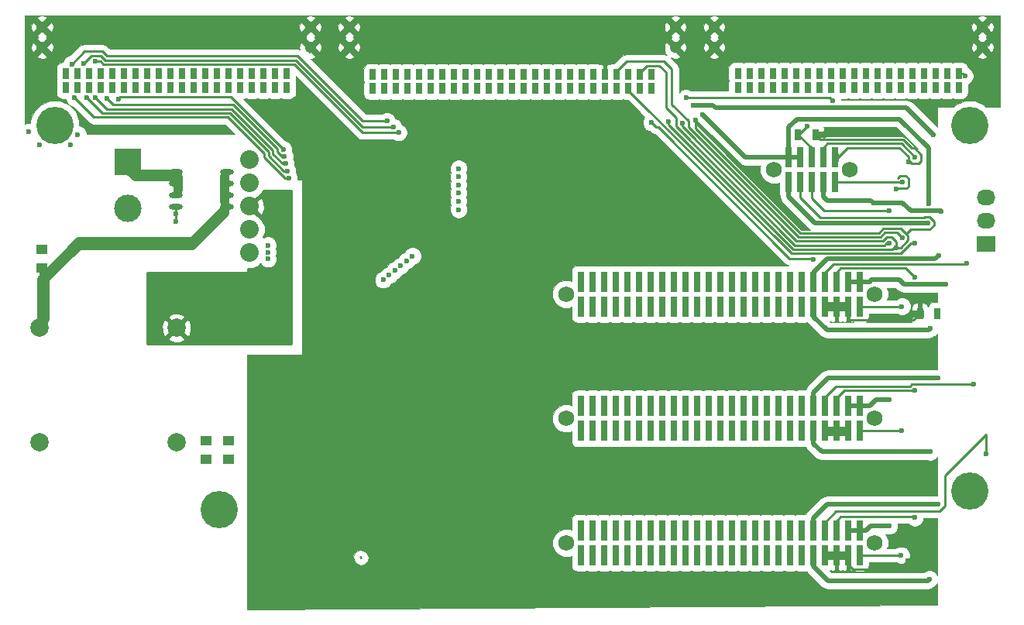
<source format=gbr>
G04 #@! TF.FileFunction,Copper,L1,Top,Signal*
%FSLAX46Y46*%
G04 Gerber Fmt 4.6, Leading zero omitted, Abs format (unit mm)*
G04 Created by KiCad (PCBNEW 4.0.1-stable) date 2017-03-21 11:25:51 PM*
%MOMM*%
G01*
G04 APERTURE LIST*
%ADD10C,0.100000*%
%ADD11C,2.000000*%
%ADD12R,2.032000X1.727200*%
%ADD13O,2.032000X1.727200*%
%ADD14R,0.736600X1.143000*%
%ADD15C,1.270000*%
%ADD16R,3.000000X3.000000*%
%ADD17C,3.000000*%
%ADD18O,1.473200X0.609600*%
%ADD19R,0.700000X1.300000*%
%ADD20R,1.250000X1.000000*%
%ADD21C,2.032000*%
%ADD22C,4.064000*%
%ADD23C,1.750000*%
%ADD24R,0.736600X2.219960*%
%ADD25C,0.600000*%
%ADD26C,0.250000*%
%ADD27C,0.500000*%
%ADD28C,0.254000*%
G04 APERTURE END LIST*
D10*
D11*
X63300000Y-78650000D03*
X63300000Y-66150000D03*
X48300000Y-78650000D03*
X48300000Y-66150000D03*
D12*
X151800000Y-57000000D03*
D13*
X151800000Y-54460000D03*
X151800000Y-51920000D03*
D14*
X75336600Y-38342400D03*
X75336600Y-39866400D03*
X74066600Y-38342400D03*
X74066600Y-39866400D03*
X72796600Y-38342400D03*
X72796600Y-39866400D03*
X71526600Y-38342400D03*
X71526600Y-39866400D03*
X70256600Y-38342400D03*
X70256600Y-39866400D03*
X68986600Y-38342400D03*
X68986600Y-39866400D03*
X67716600Y-38342400D03*
X67716600Y-39866400D03*
X66446600Y-38342400D03*
X66446600Y-39866400D03*
X65176600Y-38342400D03*
X65176600Y-39866400D03*
X63906600Y-38342400D03*
X63906600Y-39866400D03*
X62636600Y-38342400D03*
X62636600Y-39866400D03*
X61366600Y-38342400D03*
X61366600Y-39866400D03*
X60096600Y-38342400D03*
X60096600Y-39866400D03*
X58826600Y-38342400D03*
X58826600Y-39866400D03*
X57556600Y-38342400D03*
X57556600Y-39866400D03*
X56286600Y-38342400D03*
X56286600Y-39866400D03*
X55016600Y-38342400D03*
X55016600Y-39866400D03*
X53746600Y-38342400D03*
X53746600Y-39866400D03*
X52476600Y-38342400D03*
X52476600Y-39866400D03*
X51206600Y-38342400D03*
X51206600Y-39866400D03*
D15*
X77927400Y-33237000D03*
X48615800Y-33237000D03*
X77927400Y-35497600D03*
X48615800Y-35497600D03*
D14*
X148793400Y-38342400D03*
X148793400Y-39866400D03*
X147523400Y-38342400D03*
X147523400Y-39866400D03*
X146253400Y-38342400D03*
X146253400Y-39866400D03*
X144983400Y-38342400D03*
X144983400Y-39866400D03*
X143713400Y-38342400D03*
X143713400Y-39866400D03*
X142443400Y-38342400D03*
X142443400Y-39866400D03*
X141173400Y-38342400D03*
X141173400Y-39866400D03*
X139903400Y-38342400D03*
X139903400Y-39866400D03*
X138633400Y-38342400D03*
X138633400Y-39866400D03*
X137363400Y-38342400D03*
X137363400Y-39866400D03*
X136093400Y-38342400D03*
X136093400Y-39866400D03*
X134823400Y-38342400D03*
X134823400Y-39866400D03*
X133553400Y-38342400D03*
X133553400Y-39866400D03*
X132283400Y-38342400D03*
X132283400Y-39866400D03*
X131013400Y-38342400D03*
X131013400Y-39866400D03*
X129743400Y-38342400D03*
X129743400Y-39866400D03*
X128473400Y-38342400D03*
X128473400Y-39866400D03*
X127203400Y-38342400D03*
X127203400Y-39866400D03*
X125933400Y-38342400D03*
X125933400Y-39866400D03*
X124663400Y-38342400D03*
X124663400Y-39866400D03*
D15*
X151384200Y-33237000D03*
X122072600Y-33237000D03*
X151384200Y-35497600D03*
X122072600Y-35497600D03*
D16*
X58000000Y-48000000D03*
D17*
X58000000Y-53080000D03*
D18*
X63206000Y-49095000D03*
X63206000Y-50365000D03*
X63206000Y-51635000D03*
X63206000Y-52905000D03*
X68794000Y-52905000D03*
X68794000Y-51635000D03*
X68794000Y-50365000D03*
X68794000Y-49095000D03*
D19*
X144550000Y-64600000D03*
X146450000Y-64600000D03*
X133150000Y-45000000D03*
X131250000Y-45000000D03*
D14*
X115240000Y-38469400D03*
X115240000Y-39993400D03*
X113970000Y-38469400D03*
X113970000Y-39993400D03*
X112700000Y-38469400D03*
X112700000Y-39993400D03*
X111430000Y-38469400D03*
X111430000Y-39993400D03*
X110160000Y-38469400D03*
X110160000Y-39993400D03*
X108890000Y-38469400D03*
X108890000Y-39993400D03*
X107620000Y-38469400D03*
X107620000Y-39993400D03*
X106350000Y-38469400D03*
X106350000Y-39993400D03*
X105080000Y-38469400D03*
X105080000Y-39993400D03*
X103810000Y-38469400D03*
X103810000Y-39993400D03*
X102540000Y-38469400D03*
X102540000Y-39993400D03*
X101270000Y-38469400D03*
X101270000Y-39993400D03*
X100000000Y-38469400D03*
X100000000Y-39993400D03*
X98730000Y-38469400D03*
X98730000Y-39993400D03*
X97460000Y-38469400D03*
X97460000Y-39993400D03*
X96190000Y-38469400D03*
X96190000Y-39993400D03*
X94920000Y-38469400D03*
X94920000Y-39993400D03*
X93650000Y-38469400D03*
X93650000Y-39993400D03*
X92380000Y-38469400D03*
X92380000Y-39993400D03*
X91110000Y-38469400D03*
X91110000Y-39993400D03*
X89840000Y-38469400D03*
X89840000Y-39993400D03*
X88570000Y-38469400D03*
X88570000Y-39993400D03*
X87300000Y-38469400D03*
X87300000Y-39993400D03*
X86030000Y-38469400D03*
X86030000Y-39993400D03*
X84760000Y-38469400D03*
X84760000Y-39993400D03*
D15*
X117830800Y-33237000D03*
X82169200Y-33237000D03*
X117830800Y-35497600D03*
X82169200Y-35497600D03*
D20*
X48600000Y-59600000D03*
X48600000Y-57600000D03*
X66500000Y-78500000D03*
X66500000Y-80500000D03*
X69000000Y-78500000D03*
X69000000Y-80500000D03*
D21*
X71270000Y-57930000D03*
X71270000Y-55390000D03*
X71270000Y-52850000D03*
X71270000Y-50310000D03*
X71270000Y-47770000D03*
D22*
X50000000Y-44000000D03*
X150000000Y-44000000D03*
X150000000Y-84000000D03*
X68000000Y-86000000D03*
D23*
X136865900Y-48849500D03*
D24*
X130198400Y-47485520D03*
X130198400Y-50213480D03*
X131468400Y-47485520D03*
X131468400Y-50213480D03*
X135278400Y-50213480D03*
X135278400Y-47485520D03*
X134008400Y-50213480D03*
X134008400Y-47485520D03*
X132738400Y-50213480D03*
X132738400Y-47485520D03*
D23*
X128610900Y-48849500D03*
D24*
X108768400Y-63812980D03*
X108768400Y-61085020D03*
X117658400Y-63812980D03*
X117658400Y-61085020D03*
X116388400Y-63812980D03*
X116388400Y-61085020D03*
X115118400Y-63812980D03*
X115118400Y-61085020D03*
X113848400Y-63812980D03*
X113848400Y-61085020D03*
X126548400Y-61085020D03*
X126548400Y-63812980D03*
X127818400Y-61085020D03*
X127818400Y-63812980D03*
X129088400Y-61085020D03*
X129088400Y-63812980D03*
X130358400Y-61085020D03*
X130358400Y-63812980D03*
X131628400Y-61085020D03*
X131628400Y-63812980D03*
X107498400Y-61085020D03*
X107498400Y-63812980D03*
X110038400Y-61085020D03*
X110038400Y-63812980D03*
X111308400Y-61085020D03*
X111308400Y-63812980D03*
X112578400Y-61085020D03*
X112578400Y-63812980D03*
X118928400Y-61085020D03*
X118928400Y-63812980D03*
X137978400Y-63812980D03*
X137978400Y-61085020D03*
X136708400Y-63812980D03*
X136708400Y-61085020D03*
X135438400Y-63812980D03*
X135438400Y-61085020D03*
X134168400Y-63812980D03*
X134168400Y-61085020D03*
X132898400Y-63812980D03*
X132898400Y-61085020D03*
X125278400Y-63812980D03*
X125278400Y-61085020D03*
X124008400Y-63812980D03*
X124008400Y-61085020D03*
X122738400Y-63812980D03*
X122738400Y-61085020D03*
X121468400Y-63812980D03*
X121468400Y-61085020D03*
X120198400Y-63812980D03*
X120198400Y-61085020D03*
D23*
X105910900Y-62449000D03*
X139565900Y-62449000D03*
D24*
X108768400Y-77412980D03*
X108768400Y-74685020D03*
X117658400Y-77412980D03*
X117658400Y-74685020D03*
X116388400Y-77412980D03*
X116388400Y-74685020D03*
X115118400Y-77412980D03*
X115118400Y-74685020D03*
X113848400Y-77412980D03*
X113848400Y-74685020D03*
X126548400Y-74685020D03*
X126548400Y-77412980D03*
X127818400Y-74685020D03*
X127818400Y-77412980D03*
X129088400Y-74685020D03*
X129088400Y-77412980D03*
X130358400Y-74685020D03*
X130358400Y-77412980D03*
X131628400Y-74685020D03*
X131628400Y-77412980D03*
X107498400Y-74685020D03*
X107498400Y-77412980D03*
X110038400Y-74685020D03*
X110038400Y-77412980D03*
X111308400Y-74685020D03*
X111308400Y-77412980D03*
X112578400Y-74685020D03*
X112578400Y-77412980D03*
X118928400Y-74685020D03*
X118928400Y-77412980D03*
X137978400Y-77412980D03*
X137978400Y-74685020D03*
X136708400Y-77412980D03*
X136708400Y-74685020D03*
X135438400Y-77412980D03*
X135438400Y-74685020D03*
X134168400Y-77412980D03*
X134168400Y-74685020D03*
X132898400Y-77412980D03*
X132898400Y-74685020D03*
X125278400Y-77412980D03*
X125278400Y-74685020D03*
X124008400Y-77412980D03*
X124008400Y-74685020D03*
X122738400Y-77412980D03*
X122738400Y-74685020D03*
X121468400Y-77412980D03*
X121468400Y-74685020D03*
X120198400Y-77412980D03*
X120198400Y-74685020D03*
D23*
X105910900Y-76049000D03*
X139565900Y-76049000D03*
D24*
X108768400Y-91012980D03*
X108768400Y-88285020D03*
X117658400Y-91012980D03*
X117658400Y-88285020D03*
X116388400Y-91012980D03*
X116388400Y-88285020D03*
X115118400Y-91012980D03*
X115118400Y-88285020D03*
X113848400Y-91012980D03*
X113848400Y-88285020D03*
X126548400Y-88285020D03*
X126548400Y-91012980D03*
X127818400Y-88285020D03*
X127818400Y-91012980D03*
X129088400Y-88285020D03*
X129088400Y-91012980D03*
X130358400Y-88285020D03*
X130358400Y-91012980D03*
X131628400Y-88285020D03*
X131628400Y-91012980D03*
X107498400Y-88285020D03*
X107498400Y-91012980D03*
X110038400Y-88285020D03*
X110038400Y-91012980D03*
X111308400Y-88285020D03*
X111308400Y-91012980D03*
X112578400Y-88285020D03*
X112578400Y-91012980D03*
X118928400Y-88285020D03*
X118928400Y-91012980D03*
X137978400Y-91012980D03*
X137978400Y-88285020D03*
X136708400Y-91012980D03*
X136708400Y-88285020D03*
X135438400Y-91012980D03*
X135438400Y-88285020D03*
X134168400Y-91012980D03*
X134168400Y-88285020D03*
X132898400Y-91012980D03*
X132898400Y-88285020D03*
X125278400Y-91012980D03*
X125278400Y-88285020D03*
X124008400Y-91012980D03*
X124008400Y-88285020D03*
X122738400Y-91012980D03*
X122738400Y-88285020D03*
X121468400Y-91012980D03*
X121468400Y-88285020D03*
X120198400Y-91012980D03*
X120198400Y-88285020D03*
D23*
X105910900Y-89649000D03*
X139565900Y-89649000D03*
D25*
X132940000Y-58660000D03*
X115200000Y-43690000D03*
X144000000Y-56900000D03*
X144010000Y-47490000D03*
X144000000Y-73000000D03*
X144000000Y-86900000D03*
X144000000Y-60600000D03*
X112700000Y-39993400D03*
X136708400Y-77412980D03*
X66500000Y-78500000D03*
X143300000Y-48000000D03*
X136708400Y-63812980D03*
X135438400Y-63812980D03*
X134168400Y-63812980D03*
X112700000Y-38469400D03*
X110160000Y-38469400D03*
X141950000Y-50930000D03*
X117050000Y-43590000D03*
X118570000Y-43790000D03*
X141950000Y-57370000D03*
X143200000Y-91600000D03*
X120060000Y-43410000D03*
X69000000Y-78500000D03*
X145500000Y-52600000D03*
X120800000Y-42800000D03*
X110160000Y-39993400D03*
X111430000Y-38469400D03*
X142610000Y-56320000D03*
X142610000Y-50210000D03*
X142600000Y-77400000D03*
X142600000Y-63800000D03*
X142500000Y-91000000D03*
X141180000Y-74020000D03*
X141210000Y-87800000D03*
X139500000Y-52500000D03*
X146890000Y-53380000D03*
X147400000Y-61400000D03*
X146000000Y-45000000D03*
X119800000Y-41800000D03*
X111430000Y-39993400D03*
X73300000Y-57900000D03*
X73300000Y-58600000D03*
X73300000Y-57100000D03*
X141200000Y-53300000D03*
X141210000Y-56910000D03*
X113970000Y-38469400D03*
X72796600Y-39866400D03*
X129088400Y-88285020D03*
X74066600Y-39866400D03*
X130358400Y-88285020D03*
X131630000Y-88320000D03*
X75336600Y-39866400D03*
X62636600Y-39866400D03*
X118928400Y-88285020D03*
X63906600Y-39866400D03*
X120198400Y-88285020D03*
X66446600Y-39866400D03*
X122738400Y-88285020D03*
X65176600Y-39866400D03*
X121468400Y-88285020D03*
X126548400Y-88285020D03*
X70256600Y-39866400D03*
X71526600Y-39866400D03*
X127818400Y-88285020D03*
X68986600Y-39866400D03*
X125278400Y-88285020D03*
X67716600Y-39866400D03*
X124008400Y-88285020D03*
X94140000Y-53220000D03*
X89090000Y-58300000D03*
X113848400Y-88285020D03*
X57556600Y-39866400D03*
X58826600Y-39866400D03*
X115118400Y-88285020D03*
X61366600Y-39866400D03*
X117658400Y-88285020D03*
X60096600Y-39866400D03*
X116388400Y-88285020D03*
X94140000Y-51420000D03*
X87810000Y-59350000D03*
X111308400Y-88285020D03*
X55016600Y-39866400D03*
X88450000Y-58830000D03*
X112578400Y-88285020D03*
X94140000Y-52320000D03*
X56286600Y-39866400D03*
X94140000Y-50530000D03*
X54380000Y-37010000D03*
X53746600Y-39866400D03*
X87170000Y-59850000D03*
X110038400Y-88285020D03*
X87580000Y-44790000D03*
X146450000Y-64600000D03*
X146600000Y-58200000D03*
X146500000Y-71600000D03*
X146500000Y-85400000D03*
X71526600Y-38342400D03*
X127818400Y-91012980D03*
X72796600Y-38342400D03*
X129088400Y-91012980D03*
X75336600Y-38342400D03*
X131630000Y-90950000D03*
X74066600Y-38342400D03*
X130358400Y-91012980D03*
X61366600Y-38342400D03*
X117658400Y-91012980D03*
X62636600Y-38342400D03*
X118928400Y-91012980D03*
X65176600Y-38342400D03*
X121468400Y-91012980D03*
X63906600Y-38342400D03*
X120198400Y-91012980D03*
X110038400Y-91012980D03*
X75270000Y-48180000D03*
X53746600Y-38342400D03*
X54380000Y-40930000D03*
X111308400Y-91012980D03*
X75120000Y-47390000D03*
X55016600Y-38342400D03*
X55670000Y-41050000D03*
X108768400Y-91012980D03*
X53510000Y-40970000D03*
X75420000Y-48980000D03*
X52476600Y-38342400D03*
X107498400Y-91012980D03*
X52170000Y-41000000D03*
X75590000Y-49770000D03*
X51206600Y-38342400D03*
X112578400Y-91012980D03*
X56920000Y-41140000D03*
X74970000Y-46600000D03*
X56286600Y-38342400D03*
X57556600Y-38342400D03*
X113848400Y-91012980D03*
X60096600Y-38342400D03*
X116388400Y-91012980D03*
X58826600Y-38342400D03*
X115118400Y-91012980D03*
X94140000Y-48730000D03*
X51850000Y-37290000D03*
X86310000Y-43530000D03*
X51206600Y-39866400D03*
X85900000Y-60880000D03*
X107498400Y-88285020D03*
X86540000Y-60380000D03*
X94140000Y-49630000D03*
X108768400Y-88285020D03*
X52476600Y-39866400D03*
X87010000Y-44160000D03*
X53120000Y-37230000D03*
X66446600Y-38342400D03*
X122738400Y-91012980D03*
X67716600Y-38342400D03*
X124008400Y-91012980D03*
X70256600Y-38342400D03*
X126548400Y-91012980D03*
X68986600Y-38342400D03*
X125278400Y-91012980D03*
X102540000Y-39993400D03*
X125278400Y-74685020D03*
X103810000Y-39993400D03*
X126548400Y-74685020D03*
X106350000Y-39993400D03*
X129088400Y-74685020D03*
X105080000Y-39993400D03*
X127818400Y-74685020D03*
X131628400Y-74685020D03*
X108890000Y-39993400D03*
X107620000Y-39993400D03*
X130358400Y-74685020D03*
X125278400Y-77412980D03*
X102540000Y-38469400D03*
X103810000Y-38469400D03*
X126548400Y-77412980D03*
X106350000Y-38469400D03*
X129088400Y-77412980D03*
X105080000Y-38469400D03*
X127818400Y-77412980D03*
X131628400Y-77412980D03*
X108890000Y-38469400D03*
X107620000Y-38469400D03*
X130358400Y-77412980D03*
X97460000Y-38469400D03*
X120198400Y-77412980D03*
X98730000Y-38469400D03*
X121468400Y-77412980D03*
X124008400Y-77412980D03*
X101270000Y-38469400D03*
X100000000Y-38469400D03*
X122738400Y-77412980D03*
X97460000Y-39993400D03*
X120198400Y-74685020D03*
X98730000Y-39993400D03*
X121468400Y-74685020D03*
X101270000Y-39993400D03*
X124008400Y-74685020D03*
X100000000Y-39993400D03*
X122738400Y-74685020D03*
X94920000Y-39993400D03*
X117658400Y-74685020D03*
X96190000Y-39993400D03*
X118928400Y-74685020D03*
X87300000Y-39993400D03*
X110038400Y-74685020D03*
X88570000Y-39993400D03*
X111308400Y-74685020D03*
X108768400Y-74685020D03*
X86030000Y-39993400D03*
X112578400Y-74685020D03*
X89840000Y-39993400D03*
X91110000Y-39993400D03*
X113848400Y-74685020D03*
X93650000Y-39993400D03*
X116388400Y-74685020D03*
X115118400Y-74685020D03*
X92380000Y-39993400D03*
X94920000Y-38469400D03*
X117658400Y-77412980D03*
X96190000Y-38469400D03*
X118928400Y-77412980D03*
X87300000Y-38469400D03*
X110038400Y-77412980D03*
X88570000Y-38469400D03*
X111308400Y-77412980D03*
X86030000Y-38469400D03*
X108768400Y-77412980D03*
X84760000Y-38469400D03*
X107498400Y-77412980D03*
X89840000Y-38469400D03*
X112578400Y-77412980D03*
X91110000Y-38469400D03*
X113848400Y-77412980D03*
X116388400Y-77412980D03*
X93650000Y-38469400D03*
X92380000Y-38469400D03*
X115118400Y-77412980D03*
X107498400Y-74685020D03*
X84760000Y-39993400D03*
X142443400Y-39866400D03*
X125278400Y-61085020D03*
X126548400Y-61085020D03*
X143713400Y-39866400D03*
X129088400Y-61085020D03*
X146253400Y-39866400D03*
X144983400Y-39866400D03*
X127818400Y-61085020D03*
X131628400Y-61085020D03*
X148793400Y-39866400D03*
X147523400Y-39866400D03*
X130358400Y-61085020D03*
X142443400Y-38342400D03*
X125278400Y-63812980D03*
X143713400Y-38342400D03*
X126548400Y-63812980D03*
X146253400Y-38342400D03*
X129100000Y-63780000D03*
X144983400Y-38342400D03*
X127818400Y-63812980D03*
X131628400Y-63812980D03*
X149500000Y-38600000D03*
X130358400Y-63812980D03*
X147550000Y-38325000D03*
X120198400Y-63812980D03*
X137363400Y-38342400D03*
X138633400Y-38342400D03*
X121468400Y-63812980D03*
X141173400Y-38342400D03*
X124008400Y-63812980D03*
X139903400Y-38342400D03*
X122740000Y-63810000D03*
X120198400Y-61085020D03*
X137363400Y-39866400D03*
X138633400Y-39866400D03*
X121468400Y-61085020D03*
X141173400Y-39866400D03*
X124008400Y-61085020D03*
X139903400Y-39866400D03*
X122738400Y-61085020D03*
X117658400Y-61085020D03*
X134823400Y-39866400D03*
X136093400Y-39866400D03*
X118928400Y-61085020D03*
X110038400Y-61085020D03*
X127203400Y-39866400D03*
X111308400Y-61085020D03*
X128473400Y-39866400D03*
X108768400Y-61085020D03*
X125933400Y-39866400D03*
X112578400Y-61085020D03*
X129743400Y-39866400D03*
X113848400Y-61085020D03*
X131013400Y-39866400D03*
X116388400Y-61085020D03*
X133553400Y-39866400D03*
X115118400Y-61085020D03*
X132283400Y-39866400D03*
X117658400Y-63812980D03*
X134823400Y-38342400D03*
X136093400Y-38342400D03*
X118928400Y-63812980D03*
X127203400Y-38342400D03*
X110038400Y-63812980D03*
X128473400Y-38342400D03*
X111308400Y-63812980D03*
X125933400Y-38342400D03*
X108768400Y-63812980D03*
X107498400Y-63812980D03*
X124663400Y-38342400D03*
X129743400Y-38342400D03*
X112578400Y-63812980D03*
X113848400Y-63812980D03*
X131013400Y-38342400D03*
X133553400Y-38342400D03*
X116388400Y-63812980D03*
X115118400Y-63812980D03*
X132283400Y-38342400D03*
X107498400Y-61085020D03*
X124663400Y-39866400D03*
X113970000Y-39993400D03*
X119000000Y-41000000D03*
X135000000Y-41300000D03*
X132200000Y-44100000D03*
X151800000Y-79900000D03*
X150400000Y-72300000D03*
X149700000Y-59100000D03*
X145400000Y-54700000D03*
X145700000Y-79700000D03*
X145700000Y-66200000D03*
X145600000Y-93600000D03*
X69000000Y-80500000D03*
X66500000Y-80500000D03*
X48600000Y-57600000D03*
X63200000Y-53700000D03*
X63200000Y-54500000D03*
X63206000Y-52905000D03*
X48300000Y-46100000D03*
X51700000Y-46100000D03*
X52500000Y-45000000D03*
X47100000Y-44700000D03*
X115240000Y-38469400D03*
X115240000Y-39993400D03*
D26*
X83400000Y-91200000D02*
X83500000Y-91300000D01*
X130290000Y-58560000D02*
X132840000Y-58560000D01*
X132940000Y-58660000D02*
X132840000Y-58560000D01*
X115200000Y-43690000D02*
X115733199Y-44223199D01*
X115733199Y-44223199D02*
X115953199Y-44223199D01*
X115953199Y-44223199D02*
X130290000Y-58560000D01*
X144000000Y-56900000D02*
X143559994Y-56900000D01*
X130499994Y-57999994D02*
X112700000Y-40200000D01*
X142460000Y-57999994D02*
X130499994Y-57999994D01*
X143559994Y-56900000D02*
X142460000Y-57999994D01*
X112700000Y-39993400D02*
X112700000Y-40200000D01*
X144010000Y-47490000D02*
X142520000Y-46000000D01*
X142520000Y-46000000D02*
X134460000Y-46000000D01*
X134460000Y-46000000D02*
X134008400Y-46451600D01*
X134008400Y-46451600D02*
X134008400Y-47485520D01*
X135438400Y-74685020D02*
X135438400Y-73861600D01*
X135438400Y-73861600D02*
X136300000Y-73000000D01*
X136300000Y-73000000D02*
X144000000Y-73000000D01*
X135900000Y-86800000D02*
X143900000Y-86800000D01*
X143900000Y-86800000D02*
X144000000Y-86900000D01*
X135438400Y-87261600D02*
X135900000Y-86800000D01*
X135900000Y-59600000D02*
X135438400Y-60061600D01*
X143000000Y-59600000D02*
X135900000Y-59600000D01*
X144000000Y-60600000D02*
X143000000Y-59600000D01*
X135438400Y-60061600D02*
X135438400Y-61085020D01*
X135438400Y-88285020D02*
X135438400Y-87261600D01*
X135438400Y-74685020D02*
X135438400Y-73761600D01*
X135438400Y-88285020D02*
X135438400Y-87361600D01*
X135438400Y-60161600D02*
X135438400Y-61085020D01*
X135438400Y-77412980D02*
X136708400Y-77412980D01*
X134168400Y-77412980D02*
X135438400Y-77412980D01*
X143241795Y-56051795D02*
X143241795Y-56581801D01*
X143095000Y-55905000D02*
X143241795Y-56051795D01*
X135278400Y-47485520D02*
X135614480Y-47485520D01*
X135614480Y-47485520D02*
X136649998Y-46450002D01*
X143300000Y-47416398D02*
X143300000Y-48000000D01*
X142333604Y-46450002D02*
X143300000Y-47416398D01*
X136649998Y-46450002D02*
X142333604Y-46450002D01*
X135278400Y-47485520D02*
X135278400Y-47578400D01*
X135278400Y-47485520D02*
X135278400Y-47471602D01*
X143300000Y-48000000D02*
X143500000Y-48000000D01*
X133699998Y-45549998D02*
X133150000Y-45000000D01*
X142706396Y-45549998D02*
X133699998Y-45549998D01*
X143628199Y-46471801D02*
X142706396Y-45549998D01*
X143971801Y-46471801D02*
X143628199Y-46471801D01*
X144700000Y-47200000D02*
X143971801Y-46471801D01*
X144700000Y-47900000D02*
X144700000Y-47200000D01*
X144400000Y-48200000D02*
X144700000Y-47900000D01*
X143700000Y-48200000D02*
X144400000Y-48200000D01*
X143500000Y-48000000D02*
X143700000Y-48200000D01*
X136708400Y-63812980D02*
X136708400Y-65208400D01*
X143850000Y-65300000D02*
X144550000Y-64600000D01*
X136800000Y-65300000D02*
X143850000Y-65300000D01*
X136708400Y-65208400D02*
X136800000Y-65300000D01*
X135438400Y-63812980D02*
X134168400Y-63812980D01*
X136708400Y-63812980D02*
X135438400Y-63812980D01*
X141980000Y-50900000D02*
X141950000Y-50930000D01*
X143100000Y-50900000D02*
X141980000Y-50900000D01*
X143300000Y-50700000D02*
X143100000Y-50900000D01*
X143300000Y-49800000D02*
X143300000Y-50700000D01*
X143000000Y-49500000D02*
X143300000Y-49800000D01*
X142400000Y-49500000D02*
X143000000Y-49500000D01*
X142136522Y-49763478D02*
X142400000Y-49500000D01*
X131468400Y-50213480D02*
X131468400Y-51868400D01*
X143600000Y-55400000D02*
X143095000Y-55905000D01*
X145600000Y-55400000D02*
X143600000Y-55400000D01*
X146100000Y-54900000D02*
X145600000Y-55400000D01*
X146100000Y-54500000D02*
X146100000Y-54900000D01*
X145600000Y-54000000D02*
X146100000Y-54500000D01*
X145100000Y-54000000D02*
X145600000Y-54000000D01*
X145000000Y-54100000D02*
X145100000Y-54000000D01*
X133700000Y-54100000D02*
X145000000Y-54100000D01*
X131468400Y-51868400D02*
X133700000Y-54100000D01*
X140543606Y-55289996D02*
X142479996Y-55289996D01*
X142479996Y-55289996D02*
X143095000Y-55905000D01*
X141709992Y-57370000D02*
X141950000Y-57370000D01*
X141709992Y-57370000D02*
X141530000Y-57549992D01*
X141530000Y-57549992D02*
X130686390Y-57549992D01*
X130686390Y-57549992D02*
X117050000Y-43913602D01*
X117050000Y-43913602D02*
X117050000Y-43590000D01*
X141950000Y-56720000D02*
X141950000Y-57370000D01*
X141950000Y-56720000D02*
X141450000Y-56220000D01*
X141450000Y-56220000D02*
X140943592Y-56220000D01*
X140943592Y-56220000D02*
X140513604Y-56649988D01*
X140513604Y-56649988D02*
X131076386Y-56649988D01*
X131076386Y-56649988D02*
X118570000Y-44143602D01*
X118570000Y-44143602D02*
X118570000Y-43790000D01*
X143241795Y-56581801D02*
X142453596Y-57370000D01*
X142453596Y-57370000D02*
X141950000Y-57370000D01*
X136708400Y-91012980D02*
X136708400Y-92008400D01*
X136708400Y-92008400D02*
X137200000Y-92500000D01*
X137200000Y-92500000D02*
X142300000Y-92500000D01*
X142300000Y-92500000D02*
X143200000Y-91600000D01*
X135438400Y-91012980D02*
X136708400Y-91012980D01*
X134168400Y-91012980D02*
X135438400Y-91012980D01*
X131445987Y-55746793D02*
X140086809Y-55746793D01*
X140086809Y-55746793D02*
X140543606Y-55289996D01*
X120060000Y-43410000D02*
X120060000Y-44360806D01*
X131445987Y-55746793D02*
X120060000Y-44360806D01*
D27*
X130198400Y-47485520D02*
X130198400Y-44201600D01*
X145500000Y-46500000D02*
X145500000Y-52600000D01*
X142300000Y-43300000D02*
X145500000Y-46500000D01*
X131100000Y-43300000D02*
X142300000Y-43300000D01*
X130198400Y-44201600D02*
X131100000Y-43300000D01*
X130198400Y-47485520D02*
X125485520Y-47485520D01*
X125485520Y-47485520D02*
X120800000Y-42800000D01*
X131468400Y-47485520D02*
X130198400Y-47485520D01*
D26*
X131940000Y-56196795D02*
X131259591Y-56196795D01*
X131259591Y-56196795D02*
X119240000Y-44177204D01*
X140293605Y-56176395D02*
X140730002Y-55739998D01*
X140730002Y-55739998D02*
X142029998Y-55739998D01*
X140293605Y-56196795D02*
X131940000Y-56196795D01*
X131940000Y-56196795D02*
X131936795Y-56196795D01*
X140293605Y-56196795D02*
X140293605Y-56176395D01*
X119240000Y-44177204D02*
X119240000Y-43500000D01*
X117450002Y-37850002D02*
X117450002Y-41710002D01*
X116600000Y-37000000D02*
X117450002Y-37850002D01*
X112500000Y-37000000D02*
X116600000Y-37000000D01*
X112500000Y-37000000D02*
X111430000Y-38070000D01*
X119240000Y-43500000D02*
X117450002Y-41710002D01*
X111430000Y-38469400D02*
X111430000Y-38070000D01*
X142029998Y-55739998D02*
X142610000Y-56320000D01*
X142606520Y-50213480D02*
X135278400Y-50213480D01*
X142610000Y-50210000D02*
X142606520Y-50213480D01*
X137978400Y-77412980D02*
X142587020Y-77412980D01*
X142587020Y-77412980D02*
X142600000Y-77400000D01*
X142587020Y-63812980D02*
X142600000Y-63800000D01*
X137978400Y-63812980D02*
X142587020Y-63812980D01*
X142487020Y-91012980D02*
X137978400Y-91012980D01*
X142500000Y-91000000D02*
X142487020Y-91012980D01*
D27*
X137978400Y-74685020D02*
X139074980Y-74685020D01*
X139740000Y-74020000D02*
X141180000Y-74020000D01*
X139074980Y-74685020D02*
X139740000Y-74020000D01*
X137978400Y-88285020D02*
X138654980Y-88285020D01*
X139140000Y-87800000D02*
X141210000Y-87800000D01*
X138654980Y-88285020D02*
X139140000Y-87800000D01*
X139500000Y-52500000D02*
X142675002Y-52500000D01*
X134008400Y-51808400D02*
X134400000Y-52200000D01*
X134400000Y-52200000D02*
X139200000Y-52200000D01*
X139200000Y-52200000D02*
X139500000Y-52500000D01*
X134008400Y-50213480D02*
X134008400Y-51808400D01*
X146880000Y-53370000D02*
X146890000Y-53380000D01*
X143545002Y-53370000D02*
X146880000Y-53370000D01*
X142675002Y-52500000D02*
X143545002Y-53370000D01*
X137978400Y-61085020D02*
X139074980Y-61085020D01*
X142800000Y-61400000D02*
X147400000Y-61400000D01*
X146000000Y-45000000D02*
X143100000Y-42100000D01*
X143100000Y-42100000D02*
X122200000Y-42100000D01*
X122200000Y-42100000D02*
X121900000Y-41800000D01*
X121900000Y-41800000D02*
X119800000Y-41800000D01*
X142290000Y-60890000D02*
X142800000Y-61400000D01*
X139270000Y-60890000D02*
X142290000Y-60890000D01*
X139074980Y-61085020D02*
X139270000Y-60890000D01*
X136708400Y-61085020D02*
X137978400Y-61085020D01*
X136708400Y-74685020D02*
X137978400Y-74685020D01*
X136708400Y-88285020D02*
X137978400Y-88285020D01*
D26*
X117900000Y-43200000D02*
X117900000Y-44120000D01*
X116800000Y-42100000D02*
X117900000Y-43200000D01*
X141210000Y-56910000D02*
X140889990Y-56910000D01*
X132738400Y-50213480D02*
X132738400Y-51938400D01*
X134100000Y-53300000D02*
X141200000Y-53300000D01*
X132738400Y-51938400D02*
X134100000Y-53300000D01*
X140700000Y-57099990D02*
X130889990Y-57099990D01*
X140889990Y-56910000D02*
X140700000Y-57099990D01*
X117910000Y-44120000D02*
X117900000Y-44120000D01*
X117900000Y-44120000D02*
X117901398Y-44120000D01*
X130889990Y-57099990D02*
X117910000Y-44120000D01*
X117901398Y-44120000D02*
X117901398Y-44128602D01*
X113970000Y-38469400D02*
X113970000Y-38230000D01*
X113970000Y-38230000D02*
X114700000Y-37500000D01*
X116800000Y-38200000D02*
X116800000Y-42100000D01*
X116100000Y-37500000D02*
X116800000Y-38200000D01*
X114700000Y-37500000D02*
X116100000Y-37500000D01*
X131628400Y-88318400D02*
X131630000Y-88320000D01*
X131628400Y-88318400D02*
X131628400Y-88285020D01*
X76170000Y-37330000D02*
X83630000Y-44790000D01*
X54380000Y-37010000D02*
X55000000Y-37010000D01*
X55310000Y-37320000D02*
X76170000Y-37320000D01*
X55000000Y-37010000D02*
X55310000Y-37320000D01*
X76170000Y-37320000D02*
X76170000Y-37330000D01*
X83630000Y-44790000D02*
X87580000Y-44790000D01*
D27*
X132898400Y-61085020D02*
X132898400Y-60071600D01*
X132898400Y-60071600D02*
X134395004Y-58574996D01*
X134395004Y-58574996D02*
X146225004Y-58574996D01*
X146225004Y-58574996D02*
X146600000Y-58200000D01*
X132898400Y-74685020D02*
X132898400Y-73201600D01*
X132898400Y-73201600D02*
X134500000Y-71600000D01*
X134500000Y-71600000D02*
X146500000Y-71600000D01*
X132898400Y-88285020D02*
X132898400Y-86901600D01*
X132898400Y-86901600D02*
X134400000Y-85400000D01*
X134400000Y-85400000D02*
X146500000Y-85400000D01*
D26*
X131630000Y-90950000D02*
X131628400Y-90951600D01*
X131628400Y-90951600D02*
X131628400Y-91012980D01*
X54400000Y-40930000D02*
X55690002Y-42220002D01*
X55690002Y-42220002D02*
X69307206Y-42220002D01*
X69307206Y-42220002D02*
X73840000Y-46752796D01*
X73840000Y-46752796D02*
X73840000Y-47150000D01*
X73840000Y-47150000D02*
X74870000Y-48180000D01*
X74870000Y-48180000D02*
X75270000Y-48180000D01*
X54380000Y-40930000D02*
X54400000Y-40930000D01*
X74300000Y-46890000D02*
X74800000Y-47390000D01*
X74800000Y-47390000D02*
X75120000Y-47390000D01*
X69493602Y-41770000D02*
X74300000Y-46576398D01*
X56390000Y-41770000D02*
X69493602Y-41770000D01*
X55670000Y-41050000D02*
X56390000Y-41770000D01*
X74300000Y-46576398D02*
X74300000Y-46890000D01*
X53510000Y-40970000D02*
X55210004Y-42670004D01*
X55210004Y-42670004D02*
X69120810Y-42670004D01*
X69120810Y-42670004D02*
X73370000Y-46919194D01*
X73370000Y-46919194D02*
X73370000Y-47316398D01*
X73370000Y-47316398D02*
X75033602Y-48980000D01*
X75033602Y-48980000D02*
X75420000Y-48980000D01*
X52170000Y-41000000D02*
X54290006Y-43120006D01*
X54290006Y-43120006D02*
X68934414Y-43120006D01*
X68934414Y-43120006D02*
X72910000Y-47095592D01*
X72910000Y-47095592D02*
X72910000Y-47492796D01*
X72910000Y-47492796D02*
X75187204Y-49770000D01*
X75187204Y-49770000D02*
X75590000Y-49770000D01*
X56920000Y-41140000D02*
X57160000Y-40900000D01*
X57160000Y-40900000D02*
X69260000Y-40900000D01*
X69260000Y-40900000D02*
X74960000Y-46600000D01*
X74960000Y-46600000D02*
X74970000Y-46600000D01*
X51850000Y-37290000D02*
X53220002Y-35919998D01*
X53220002Y-35919998D02*
X55186398Y-35919998D01*
X55186398Y-35919998D02*
X55686396Y-36419996D01*
X55686396Y-36419996D02*
X76546394Y-36419996D01*
X76546394Y-36419996D02*
X83656398Y-43530000D01*
X83656398Y-43530000D02*
X86310000Y-43530000D01*
X83650000Y-44160000D02*
X87010000Y-44160000D01*
X76359998Y-36869998D02*
X83650000Y-44160000D01*
X55500000Y-36869998D02*
X76359998Y-36869998D01*
X55000002Y-36370000D02*
X55500000Y-36869998D01*
X53980000Y-36370000D02*
X55000002Y-36370000D01*
X53120000Y-37230000D02*
X53980000Y-36370000D01*
X131628400Y-61028400D02*
X131628400Y-61085020D01*
X131628400Y-61028400D02*
X131600000Y-61000000D01*
X148793400Y-39893400D02*
X148793400Y-39866400D01*
X130358400Y-60141600D02*
X130358400Y-61085020D01*
X129100000Y-63780000D02*
X129088400Y-63791600D01*
X129088400Y-63791600D02*
X129088400Y-63812980D01*
X148793400Y-38342400D02*
X149242400Y-38342400D01*
X149500000Y-38600000D02*
X149242400Y-38342400D01*
X148793400Y-38393400D02*
X148793400Y-38342400D01*
X147532600Y-38342400D02*
X147550000Y-38325000D01*
X147532600Y-38342400D02*
X147523400Y-38342400D01*
X122740000Y-63810000D02*
X122738400Y-63811600D01*
X122738400Y-63811600D02*
X122738400Y-63812980D01*
X130850000Y-40029800D02*
X131013400Y-39866400D01*
X124663400Y-38386600D02*
X124663400Y-38342400D01*
X131013400Y-38338400D02*
X131013400Y-38342400D01*
X132292400Y-38342400D02*
X132283400Y-38342400D01*
X132738400Y-47485520D02*
X132738400Y-46488400D01*
X132738400Y-46488400D02*
X131250000Y-45000000D01*
X119000000Y-41000000D02*
X134700000Y-41000000D01*
X135000000Y-41300000D02*
X134700000Y-41000000D01*
X131300000Y-45000000D02*
X132200000Y-44100000D01*
X131250000Y-45000000D02*
X131300000Y-45000000D01*
X131468400Y-45218400D02*
X131250000Y-45000000D01*
X131468400Y-45368400D02*
X131210000Y-45110000D01*
X135400000Y-86200000D02*
X146700000Y-86200000D01*
X135400000Y-86200000D02*
X134168400Y-87431600D01*
X151800000Y-77800000D02*
X151800000Y-79900000D01*
X147300000Y-82300000D02*
X151800000Y-77800000D01*
X147300000Y-85600000D02*
X147300000Y-82300000D01*
X146700000Y-86200000D02*
X147300000Y-85600000D01*
X134168400Y-87431600D02*
X134168400Y-88285020D01*
X134168400Y-88285020D02*
X134168400Y-87331600D01*
X134168400Y-74685020D02*
X134168400Y-73731600D01*
X134168400Y-73731600D02*
X135350002Y-72549998D01*
X135350002Y-72549998D02*
X143450002Y-72549998D01*
X143450002Y-72549998D02*
X143700000Y-72300000D01*
X143700000Y-72300000D02*
X150400000Y-72300000D01*
X135150002Y-59149998D02*
X149650002Y-59149998D01*
X149650002Y-59149998D02*
X149700000Y-59100000D01*
X134168400Y-61085020D02*
X134168400Y-60131600D01*
X134168400Y-60131600D02*
X135150002Y-59149998D01*
D27*
X130198400Y-50213480D02*
X130198400Y-51798400D01*
X133100000Y-54700000D02*
X145400000Y-54700000D01*
X130198400Y-51798400D02*
X133100000Y-54700000D01*
X132898400Y-77412980D02*
X132898400Y-78798400D01*
X133800000Y-79700000D02*
X145700000Y-79700000D01*
X132898400Y-78798400D02*
X133800000Y-79700000D01*
X132898400Y-91012980D02*
X132898400Y-92198400D01*
X134400000Y-66400000D02*
X132898400Y-64898400D01*
X145500000Y-66400000D02*
X134400000Y-66400000D01*
X145700000Y-66200000D02*
X145500000Y-66400000D01*
X145400000Y-93800000D02*
X145600000Y-93600000D01*
X134500000Y-93800000D02*
X145400000Y-93800000D01*
X132898400Y-92198400D02*
X134500000Y-93800000D01*
X132898400Y-64898400D02*
X132898400Y-63812980D01*
D26*
X63200000Y-54500000D02*
X63200000Y-53700000D01*
X63206000Y-53694000D02*
X63200000Y-53700000D01*
X63206000Y-53694000D02*
X63206000Y-52905000D01*
D27*
X48600000Y-59600000D02*
X48600000Y-60700000D01*
X48600000Y-60700000D02*
X48800000Y-60900000D01*
X68794000Y-49095000D02*
X68705000Y-49095000D01*
X68705000Y-49095000D02*
X68300000Y-49500000D01*
X68300000Y-52411000D02*
X68794000Y-52905000D01*
X68300000Y-49500000D02*
X68300000Y-52411000D01*
X68794000Y-52905000D02*
X68794000Y-53706000D01*
X49200000Y-65250000D02*
X48300000Y-66150000D01*
X49200000Y-60900000D02*
X49200000Y-65250000D01*
X52700000Y-57400000D02*
X49200000Y-60900000D01*
X65100000Y-57400000D02*
X52700000Y-57400000D01*
X68794000Y-53706000D02*
X65100000Y-57400000D01*
X48300000Y-66150000D02*
X48300000Y-66000000D01*
X48300000Y-66000000D02*
X48800000Y-65500000D01*
X48800000Y-65500000D02*
X48800000Y-60900000D01*
X48800000Y-60900000D02*
X52700000Y-57000000D01*
X52700000Y-57000000D02*
X64900000Y-57000000D01*
X64900000Y-57000000D02*
X68794000Y-53106000D01*
X68794000Y-53106000D02*
X68794000Y-52905000D01*
X68794000Y-52905000D02*
X68595000Y-52905000D01*
X68595000Y-52905000D02*
X65000000Y-56500000D01*
X65000000Y-56500000D02*
X52600000Y-56500000D01*
X52600000Y-56500000D02*
X48300000Y-60800000D01*
X48300000Y-60800000D02*
X48300000Y-66150000D01*
X68794000Y-51635000D02*
X68794000Y-52905000D01*
X68794000Y-50365000D02*
X68794000Y-51635000D01*
X68794000Y-49095000D02*
X68794000Y-50365000D01*
X48100000Y-66350000D02*
X48300000Y-66150000D01*
X63206000Y-49095000D02*
X63206000Y-49106000D01*
X63206000Y-49106000D02*
X63700000Y-49600000D01*
X63700000Y-51141000D02*
X63206000Y-51635000D01*
X63700000Y-49600000D02*
X63700000Y-51141000D01*
X58000000Y-48000000D02*
X58000000Y-49200000D01*
X58000000Y-49200000D02*
X58700000Y-49900000D01*
X58700000Y-49900000D02*
X63206000Y-49900000D01*
X58000000Y-48000000D02*
X58000000Y-48600000D01*
X58000000Y-48600000D02*
X58900000Y-49500000D01*
X58900000Y-49500000D02*
X63206000Y-49500000D01*
X63206000Y-49500000D02*
X63206000Y-49400000D01*
X63206000Y-50365000D02*
X63206000Y-49900000D01*
X63206000Y-49900000D02*
X63206000Y-49400000D01*
X63206000Y-49400000D02*
X63206000Y-49095000D01*
X63206000Y-51635000D02*
X63206000Y-50365000D01*
X63206000Y-49095000D02*
X59095000Y-49095000D01*
X59095000Y-49095000D02*
X58000000Y-48000000D01*
D10*
G36*
X153275000Y-41950000D02*
X151743189Y-41950000D01*
X151521214Y-41727637D01*
X150535823Y-41318467D01*
X149468858Y-41317536D01*
X148482754Y-41724986D01*
X148257347Y-41950000D01*
X146500000Y-41950000D01*
X146480547Y-41953939D01*
X146464160Y-41965136D01*
X146453419Y-41981827D01*
X146450000Y-42000000D01*
X146450000Y-44158211D01*
X146417513Y-44144721D01*
X143736396Y-41463604D01*
X143444415Y-41268508D01*
X143100000Y-41200000D01*
X135950088Y-41200000D01*
X135950165Y-41111862D01*
X135945526Y-41100634D01*
X136461700Y-41100634D01*
X136702576Y-41055310D01*
X136725631Y-41040475D01*
X136737259Y-41048420D01*
X136995100Y-41100634D01*
X137731700Y-41100634D01*
X137972576Y-41055310D01*
X137995631Y-41040475D01*
X138007259Y-41048420D01*
X138265100Y-41100634D01*
X139001700Y-41100634D01*
X139242576Y-41055310D01*
X139265631Y-41040475D01*
X139277259Y-41048420D01*
X139535100Y-41100634D01*
X140271700Y-41100634D01*
X140512576Y-41055310D01*
X140535631Y-41040475D01*
X140547259Y-41048420D01*
X140805100Y-41100634D01*
X141541700Y-41100634D01*
X141782576Y-41055310D01*
X141805631Y-41040475D01*
X141817259Y-41048420D01*
X142075100Y-41100634D01*
X142811700Y-41100634D01*
X143052576Y-41055310D01*
X143075631Y-41040475D01*
X143087259Y-41048420D01*
X143345100Y-41100634D01*
X144081700Y-41100634D01*
X144322576Y-41055310D01*
X144345631Y-41040475D01*
X144357259Y-41048420D01*
X144615100Y-41100634D01*
X145351700Y-41100634D01*
X145592576Y-41055310D01*
X145615631Y-41040475D01*
X145627259Y-41048420D01*
X145885100Y-41100634D01*
X146621700Y-41100634D01*
X146862576Y-41055310D01*
X146885631Y-41040475D01*
X146897259Y-41048420D01*
X147155100Y-41100634D01*
X147891700Y-41100634D01*
X148132576Y-41055310D01*
X148155631Y-41040475D01*
X148167259Y-41048420D01*
X148425100Y-41100634D01*
X149161700Y-41100634D01*
X149402576Y-41055310D01*
X149623805Y-40912953D01*
X149772220Y-40695741D01*
X149824434Y-40437900D01*
X149824434Y-39493849D01*
X150037429Y-39405841D01*
X150304902Y-39138835D01*
X150449835Y-38789796D01*
X150450165Y-38411862D01*
X150305841Y-38062571D01*
X150038835Y-37795098D01*
X149811202Y-37700577D01*
X149779110Y-37530024D01*
X149636753Y-37308795D01*
X149419541Y-37160380D01*
X149161700Y-37108166D01*
X148425100Y-37108166D01*
X148184224Y-37153490D01*
X148161169Y-37168325D01*
X148149541Y-37160380D01*
X147891700Y-37108166D01*
X147155100Y-37108166D01*
X146914224Y-37153490D01*
X146891169Y-37168325D01*
X146879541Y-37160380D01*
X146621700Y-37108166D01*
X145885100Y-37108166D01*
X145644224Y-37153490D01*
X145621169Y-37168325D01*
X145609541Y-37160380D01*
X145351700Y-37108166D01*
X144615100Y-37108166D01*
X144374224Y-37153490D01*
X144351169Y-37168325D01*
X144339541Y-37160380D01*
X144081700Y-37108166D01*
X143345100Y-37108166D01*
X143104224Y-37153490D01*
X143081169Y-37168325D01*
X143069541Y-37160380D01*
X142811700Y-37108166D01*
X142075100Y-37108166D01*
X141834224Y-37153490D01*
X141811169Y-37168325D01*
X141799541Y-37160380D01*
X141541700Y-37108166D01*
X140805100Y-37108166D01*
X140564224Y-37153490D01*
X140541169Y-37168325D01*
X140529541Y-37160380D01*
X140271700Y-37108166D01*
X139535100Y-37108166D01*
X139294224Y-37153490D01*
X139271169Y-37168325D01*
X139259541Y-37160380D01*
X139001700Y-37108166D01*
X138265100Y-37108166D01*
X138024224Y-37153490D01*
X138001169Y-37168325D01*
X137989541Y-37160380D01*
X137731700Y-37108166D01*
X136995100Y-37108166D01*
X136754224Y-37153490D01*
X136731169Y-37168325D01*
X136719541Y-37160380D01*
X136461700Y-37108166D01*
X135725100Y-37108166D01*
X135484224Y-37153490D01*
X135461169Y-37168325D01*
X135449541Y-37160380D01*
X135191700Y-37108166D01*
X134455100Y-37108166D01*
X134214224Y-37153490D01*
X134191169Y-37168325D01*
X134179541Y-37160380D01*
X133921700Y-37108166D01*
X133185100Y-37108166D01*
X132944224Y-37153490D01*
X132921169Y-37168325D01*
X132909541Y-37160380D01*
X132651700Y-37108166D01*
X131915100Y-37108166D01*
X131674224Y-37153490D01*
X131651169Y-37168325D01*
X131639541Y-37160380D01*
X131381700Y-37108166D01*
X130645100Y-37108166D01*
X130404224Y-37153490D01*
X130381169Y-37168325D01*
X130369541Y-37160380D01*
X130111700Y-37108166D01*
X129375100Y-37108166D01*
X129134224Y-37153490D01*
X129111169Y-37168325D01*
X129099541Y-37160380D01*
X128841700Y-37108166D01*
X128105100Y-37108166D01*
X127864224Y-37153490D01*
X127841169Y-37168325D01*
X127829541Y-37160380D01*
X127571700Y-37108166D01*
X126835100Y-37108166D01*
X126594224Y-37153490D01*
X126571169Y-37168325D01*
X126559541Y-37160380D01*
X126301700Y-37108166D01*
X125565100Y-37108166D01*
X125324224Y-37153490D01*
X125301169Y-37168325D01*
X125289541Y-37160380D01*
X125031700Y-37108166D01*
X124295100Y-37108166D01*
X124054224Y-37153490D01*
X123832995Y-37295847D01*
X123684580Y-37513059D01*
X123632366Y-37770900D01*
X123632366Y-38913900D01*
X123669527Y-39111393D01*
X123632366Y-39294900D01*
X123632366Y-40225000D01*
X119568685Y-40225000D01*
X119538835Y-40195098D01*
X119189796Y-40050165D01*
X118811862Y-40049835D01*
X118462571Y-40194159D01*
X118225002Y-40431313D01*
X118225002Y-37850002D01*
X118166009Y-37553422D01*
X117998010Y-37301994D01*
X117330408Y-36634392D01*
X117379130Y-36585669D01*
X117397483Y-36634173D01*
X117865414Y-36713480D01*
X118264117Y-36634173D01*
X118333909Y-36449721D01*
X121569491Y-36449721D01*
X121639283Y-36634173D01*
X122107214Y-36713480D01*
X122505917Y-36634173D01*
X122575709Y-36449721D01*
X150881091Y-36449721D01*
X150950883Y-36634173D01*
X151418814Y-36713480D01*
X151817517Y-36634173D01*
X151887309Y-36449721D01*
X151384200Y-35946613D01*
X150881091Y-36449721D01*
X122575709Y-36449721D01*
X122072600Y-35946613D01*
X121569491Y-36449721D01*
X118333909Y-36449721D01*
X117830800Y-35946613D01*
X117722966Y-36054447D01*
X117273953Y-35605434D01*
X117381787Y-35497600D01*
X118279813Y-35497600D01*
X118782921Y-36000709D01*
X118967373Y-35930917D01*
X119034946Y-35532214D01*
X120856720Y-35532214D01*
X120936027Y-35930917D01*
X121120479Y-36000709D01*
X121623587Y-35497600D01*
X122521613Y-35497600D01*
X123024721Y-36000709D01*
X123209173Y-35930917D01*
X123276746Y-35532214D01*
X150168320Y-35532214D01*
X150247627Y-35930917D01*
X150432079Y-36000709D01*
X150935187Y-35497600D01*
X151833213Y-35497600D01*
X152336321Y-36000709D01*
X152520773Y-35930917D01*
X152600080Y-35462986D01*
X152520773Y-35064283D01*
X152336321Y-34994491D01*
X151833213Y-35497600D01*
X150935187Y-35497600D01*
X150432079Y-34994491D01*
X150247627Y-35064283D01*
X150168320Y-35532214D01*
X123276746Y-35532214D01*
X123288480Y-35462986D01*
X123209173Y-35064283D01*
X123024721Y-34994491D01*
X122521613Y-35497600D01*
X121623587Y-35497600D01*
X121120479Y-34994491D01*
X120936027Y-35064283D01*
X120856720Y-35532214D01*
X119034946Y-35532214D01*
X119046680Y-35462986D01*
X118967373Y-35064283D01*
X118782921Y-34994491D01*
X118279813Y-35497600D01*
X117381787Y-35497600D01*
X116878679Y-34994491D01*
X116694227Y-35064283D01*
X116614920Y-35532214D01*
X116694227Y-35930917D01*
X116742731Y-35949270D01*
X116653188Y-36038813D01*
X116901968Y-36287593D01*
X116896580Y-36283993D01*
X116600000Y-36225000D01*
X112500005Y-36225000D01*
X112500000Y-36224999D01*
X112252626Y-36274205D01*
X112203420Y-36283993D01*
X111951992Y-36451992D01*
X111951990Y-36451995D01*
X111168818Y-37235166D01*
X111061700Y-37235166D01*
X110820824Y-37280490D01*
X110693564Y-37362380D01*
X110639293Y-37339900D01*
X110483650Y-37339900D01*
X110344150Y-37479400D01*
X110344150Y-38183650D01*
X110398966Y-38183650D01*
X110398966Y-38755150D01*
X110344150Y-38755150D01*
X110344150Y-38759166D01*
X109975850Y-38759166D01*
X109975850Y-38755150D01*
X109921034Y-38755150D01*
X109921034Y-38183650D01*
X109975850Y-38183650D01*
X109975850Y-37479400D01*
X109836350Y-37339900D01*
X109680707Y-37339900D01*
X109626106Y-37362516D01*
X109516141Y-37287380D01*
X109258300Y-37235166D01*
X108521700Y-37235166D01*
X108280824Y-37280490D01*
X108257769Y-37295325D01*
X108246141Y-37287380D01*
X107988300Y-37235166D01*
X107251700Y-37235166D01*
X107010824Y-37280490D01*
X106987769Y-37295325D01*
X106976141Y-37287380D01*
X106718300Y-37235166D01*
X105981700Y-37235166D01*
X105740824Y-37280490D01*
X105717769Y-37295325D01*
X105706141Y-37287380D01*
X105448300Y-37235166D01*
X104711700Y-37235166D01*
X104470824Y-37280490D01*
X104447769Y-37295325D01*
X104436141Y-37287380D01*
X104178300Y-37235166D01*
X103441700Y-37235166D01*
X103200824Y-37280490D01*
X103177769Y-37295325D01*
X103166141Y-37287380D01*
X102908300Y-37235166D01*
X102171700Y-37235166D01*
X101930824Y-37280490D01*
X101907769Y-37295325D01*
X101896141Y-37287380D01*
X101638300Y-37235166D01*
X100901700Y-37235166D01*
X100660824Y-37280490D01*
X100637769Y-37295325D01*
X100626141Y-37287380D01*
X100368300Y-37235166D01*
X99631700Y-37235166D01*
X99390824Y-37280490D01*
X99367769Y-37295325D01*
X99356141Y-37287380D01*
X99098300Y-37235166D01*
X98361700Y-37235166D01*
X98120824Y-37280490D01*
X98097769Y-37295325D01*
X98086141Y-37287380D01*
X97828300Y-37235166D01*
X97091700Y-37235166D01*
X96850824Y-37280490D01*
X96827769Y-37295325D01*
X96816141Y-37287380D01*
X96558300Y-37235166D01*
X95821700Y-37235166D01*
X95580824Y-37280490D01*
X95557769Y-37295325D01*
X95546141Y-37287380D01*
X95288300Y-37235166D01*
X94551700Y-37235166D01*
X94310824Y-37280490D01*
X94287769Y-37295325D01*
X94276141Y-37287380D01*
X94018300Y-37235166D01*
X93281700Y-37235166D01*
X93040824Y-37280490D01*
X93017769Y-37295325D01*
X93006141Y-37287380D01*
X92748300Y-37235166D01*
X92011700Y-37235166D01*
X91770824Y-37280490D01*
X91747769Y-37295325D01*
X91736141Y-37287380D01*
X91478300Y-37235166D01*
X90741700Y-37235166D01*
X90500824Y-37280490D01*
X90477769Y-37295325D01*
X90466141Y-37287380D01*
X90208300Y-37235166D01*
X89471700Y-37235166D01*
X89230824Y-37280490D01*
X89207769Y-37295325D01*
X89196141Y-37287380D01*
X88938300Y-37235166D01*
X88201700Y-37235166D01*
X87960824Y-37280490D01*
X87937769Y-37295325D01*
X87926141Y-37287380D01*
X87668300Y-37235166D01*
X86931700Y-37235166D01*
X86690824Y-37280490D01*
X86667769Y-37295325D01*
X86656141Y-37287380D01*
X86398300Y-37235166D01*
X85661700Y-37235166D01*
X85420824Y-37280490D01*
X85397769Y-37295325D01*
X85386141Y-37287380D01*
X85128300Y-37235166D01*
X84391700Y-37235166D01*
X84150824Y-37280490D01*
X83929595Y-37422847D01*
X83781180Y-37640059D01*
X83728966Y-37897900D01*
X83728966Y-39040900D01*
X83766127Y-39238393D01*
X83728966Y-39421900D01*
X83728966Y-40564900D01*
X83774290Y-40805776D01*
X83916647Y-41027005D01*
X84133859Y-41175420D01*
X84391700Y-41227634D01*
X85128300Y-41227634D01*
X85369176Y-41182310D01*
X85392231Y-41167475D01*
X85403859Y-41175420D01*
X85661700Y-41227634D01*
X86398300Y-41227634D01*
X86639176Y-41182310D01*
X86662231Y-41167475D01*
X86673859Y-41175420D01*
X86931700Y-41227634D01*
X87668300Y-41227634D01*
X87909176Y-41182310D01*
X87932231Y-41167475D01*
X87943859Y-41175420D01*
X88201700Y-41227634D01*
X88938300Y-41227634D01*
X89179176Y-41182310D01*
X89202231Y-41167475D01*
X89213859Y-41175420D01*
X89471700Y-41227634D01*
X90208300Y-41227634D01*
X90449176Y-41182310D01*
X90472231Y-41167475D01*
X90483859Y-41175420D01*
X90741700Y-41227634D01*
X91478300Y-41227634D01*
X91719176Y-41182310D01*
X91742231Y-41167475D01*
X91753859Y-41175420D01*
X92011700Y-41227634D01*
X92748300Y-41227634D01*
X92989176Y-41182310D01*
X93012231Y-41167475D01*
X93023859Y-41175420D01*
X93281700Y-41227634D01*
X94018300Y-41227634D01*
X94259176Y-41182310D01*
X94282231Y-41167475D01*
X94293859Y-41175420D01*
X94551700Y-41227634D01*
X95288300Y-41227634D01*
X95529176Y-41182310D01*
X95552231Y-41167475D01*
X95563859Y-41175420D01*
X95821700Y-41227634D01*
X96558300Y-41227634D01*
X96799176Y-41182310D01*
X96822231Y-41167475D01*
X96833859Y-41175420D01*
X97091700Y-41227634D01*
X97828300Y-41227634D01*
X98069176Y-41182310D01*
X98092231Y-41167475D01*
X98103859Y-41175420D01*
X98361700Y-41227634D01*
X99098300Y-41227634D01*
X99339176Y-41182310D01*
X99362231Y-41167475D01*
X99373859Y-41175420D01*
X99631700Y-41227634D01*
X100368300Y-41227634D01*
X100609176Y-41182310D01*
X100632231Y-41167475D01*
X100643859Y-41175420D01*
X100901700Y-41227634D01*
X101638300Y-41227634D01*
X101879176Y-41182310D01*
X101902231Y-41167475D01*
X101913859Y-41175420D01*
X102171700Y-41227634D01*
X102908300Y-41227634D01*
X103149176Y-41182310D01*
X103172231Y-41167475D01*
X103183859Y-41175420D01*
X103441700Y-41227634D01*
X104178300Y-41227634D01*
X104419176Y-41182310D01*
X104442231Y-41167475D01*
X104453859Y-41175420D01*
X104711700Y-41227634D01*
X105448300Y-41227634D01*
X105689176Y-41182310D01*
X105712231Y-41167475D01*
X105723859Y-41175420D01*
X105981700Y-41227634D01*
X106718300Y-41227634D01*
X106959176Y-41182310D01*
X106982231Y-41167475D01*
X106993859Y-41175420D01*
X107251700Y-41227634D01*
X107988300Y-41227634D01*
X108229176Y-41182310D01*
X108252231Y-41167475D01*
X108263859Y-41175420D01*
X108521700Y-41227634D01*
X109258300Y-41227634D01*
X109499176Y-41182310D01*
X109522231Y-41167475D01*
X109533859Y-41175420D01*
X109791700Y-41227634D01*
X110528300Y-41227634D01*
X110769176Y-41182310D01*
X110792231Y-41167475D01*
X110803859Y-41175420D01*
X111061700Y-41227634D01*
X111798300Y-41227634D01*
X112039176Y-41182310D01*
X112062231Y-41167475D01*
X112073859Y-41175420D01*
X112331700Y-41227634D01*
X112631618Y-41227634D01*
X114475193Y-43071209D01*
X114395098Y-43151165D01*
X114250165Y-43500204D01*
X114249835Y-43878138D01*
X114394159Y-44227429D01*
X114661165Y-44494902D01*
X115010204Y-44639835D01*
X115053857Y-44639873D01*
X115185191Y-44771207D01*
X115436619Y-44939206D01*
X115607101Y-44973117D01*
X129741990Y-59108005D01*
X129741992Y-59108008D01*
X129993420Y-59276007D01*
X130175909Y-59312306D01*
X129990100Y-59312306D01*
X129749224Y-59357630D01*
X129726169Y-59372465D01*
X129714541Y-59364520D01*
X129456700Y-59312306D01*
X128720100Y-59312306D01*
X128479224Y-59357630D01*
X128456169Y-59372465D01*
X128444541Y-59364520D01*
X128186700Y-59312306D01*
X127450100Y-59312306D01*
X127209224Y-59357630D01*
X127186169Y-59372465D01*
X127174541Y-59364520D01*
X126916700Y-59312306D01*
X126180100Y-59312306D01*
X125939224Y-59357630D01*
X125916169Y-59372465D01*
X125904541Y-59364520D01*
X125646700Y-59312306D01*
X124910100Y-59312306D01*
X124669224Y-59357630D01*
X124646169Y-59372465D01*
X124634541Y-59364520D01*
X124376700Y-59312306D01*
X123640100Y-59312306D01*
X123399224Y-59357630D01*
X123376169Y-59372465D01*
X123364541Y-59364520D01*
X123106700Y-59312306D01*
X122370100Y-59312306D01*
X122129224Y-59357630D01*
X122106169Y-59372465D01*
X122094541Y-59364520D01*
X121836700Y-59312306D01*
X121100100Y-59312306D01*
X120859224Y-59357630D01*
X120836169Y-59372465D01*
X120824541Y-59364520D01*
X120566700Y-59312306D01*
X119830100Y-59312306D01*
X119589224Y-59357630D01*
X119566169Y-59372465D01*
X119554541Y-59364520D01*
X119296700Y-59312306D01*
X118560100Y-59312306D01*
X118319224Y-59357630D01*
X118296169Y-59372465D01*
X118284541Y-59364520D01*
X118026700Y-59312306D01*
X117290100Y-59312306D01*
X117049224Y-59357630D01*
X117026169Y-59372465D01*
X117014541Y-59364520D01*
X116756700Y-59312306D01*
X116020100Y-59312306D01*
X115779224Y-59357630D01*
X115756169Y-59372465D01*
X115744541Y-59364520D01*
X115486700Y-59312306D01*
X114750100Y-59312306D01*
X114509224Y-59357630D01*
X114486169Y-59372465D01*
X114474541Y-59364520D01*
X114216700Y-59312306D01*
X113480100Y-59312306D01*
X113239224Y-59357630D01*
X113216169Y-59372465D01*
X113204541Y-59364520D01*
X112946700Y-59312306D01*
X112210100Y-59312306D01*
X111969224Y-59357630D01*
X111946169Y-59372465D01*
X111934541Y-59364520D01*
X111676700Y-59312306D01*
X110940100Y-59312306D01*
X110699224Y-59357630D01*
X110676169Y-59372465D01*
X110664541Y-59364520D01*
X110406700Y-59312306D01*
X109670100Y-59312306D01*
X109429224Y-59357630D01*
X109406169Y-59372465D01*
X109394541Y-59364520D01*
X109136700Y-59312306D01*
X108400100Y-59312306D01*
X108159224Y-59357630D01*
X108136169Y-59372465D01*
X108124541Y-59364520D01*
X107866700Y-59312306D01*
X107130100Y-59312306D01*
X106889224Y-59357630D01*
X106667995Y-59499987D01*
X106519580Y-59717199D01*
X106467366Y-59975040D01*
X106467366Y-61028819D01*
X106215572Y-60924265D01*
X105608889Y-60923735D01*
X105048185Y-61155414D01*
X104618821Y-61584029D01*
X104386165Y-62144328D01*
X104385635Y-62751011D01*
X104617314Y-63311715D01*
X105045929Y-63741079D01*
X105606228Y-63973735D01*
X106212911Y-63974265D01*
X106467366Y-63869126D01*
X106467366Y-64922960D01*
X106512690Y-65163836D01*
X106655047Y-65385065D01*
X106872259Y-65533480D01*
X107130100Y-65585694D01*
X107866700Y-65585694D01*
X108107576Y-65540370D01*
X108130631Y-65525535D01*
X108142259Y-65533480D01*
X108400100Y-65585694D01*
X109136700Y-65585694D01*
X109377576Y-65540370D01*
X109400631Y-65525535D01*
X109412259Y-65533480D01*
X109670100Y-65585694D01*
X110406700Y-65585694D01*
X110647576Y-65540370D01*
X110670631Y-65525535D01*
X110682259Y-65533480D01*
X110940100Y-65585694D01*
X111676700Y-65585694D01*
X111917576Y-65540370D01*
X111940631Y-65525535D01*
X111952259Y-65533480D01*
X112210100Y-65585694D01*
X112946700Y-65585694D01*
X113187576Y-65540370D01*
X113210631Y-65525535D01*
X113222259Y-65533480D01*
X113480100Y-65585694D01*
X114216700Y-65585694D01*
X114457576Y-65540370D01*
X114480631Y-65525535D01*
X114492259Y-65533480D01*
X114750100Y-65585694D01*
X115486700Y-65585694D01*
X115727576Y-65540370D01*
X115750631Y-65525535D01*
X115762259Y-65533480D01*
X116020100Y-65585694D01*
X116756700Y-65585694D01*
X116997576Y-65540370D01*
X117020631Y-65525535D01*
X117032259Y-65533480D01*
X117290100Y-65585694D01*
X118026700Y-65585694D01*
X118267576Y-65540370D01*
X118290631Y-65525535D01*
X118302259Y-65533480D01*
X118560100Y-65585694D01*
X119296700Y-65585694D01*
X119537576Y-65540370D01*
X119560631Y-65525535D01*
X119572259Y-65533480D01*
X119830100Y-65585694D01*
X120566700Y-65585694D01*
X120807576Y-65540370D01*
X120830631Y-65525535D01*
X120842259Y-65533480D01*
X121100100Y-65585694D01*
X121836700Y-65585694D01*
X122077576Y-65540370D01*
X122100631Y-65525535D01*
X122112259Y-65533480D01*
X122370100Y-65585694D01*
X123106700Y-65585694D01*
X123347576Y-65540370D01*
X123370631Y-65525535D01*
X123382259Y-65533480D01*
X123640100Y-65585694D01*
X124376700Y-65585694D01*
X124617576Y-65540370D01*
X124640631Y-65525535D01*
X124652259Y-65533480D01*
X124910100Y-65585694D01*
X125646700Y-65585694D01*
X125887576Y-65540370D01*
X125910631Y-65525535D01*
X125922259Y-65533480D01*
X126180100Y-65585694D01*
X126916700Y-65585694D01*
X127157576Y-65540370D01*
X127180631Y-65525535D01*
X127192259Y-65533480D01*
X127450100Y-65585694D01*
X128186700Y-65585694D01*
X128427576Y-65540370D01*
X128450631Y-65525535D01*
X128462259Y-65533480D01*
X128720100Y-65585694D01*
X129456700Y-65585694D01*
X129697576Y-65540370D01*
X129720631Y-65525535D01*
X129732259Y-65533480D01*
X129990100Y-65585694D01*
X130726700Y-65585694D01*
X130967576Y-65540370D01*
X130990631Y-65525535D01*
X131002259Y-65533480D01*
X131260100Y-65585694D01*
X131996700Y-65585694D01*
X132237576Y-65540370D01*
X132257264Y-65527701D01*
X132262004Y-65534796D01*
X133763604Y-67036396D01*
X134055584Y-67231492D01*
X134400000Y-67300000D01*
X145500000Y-67300000D01*
X145844415Y-67231492D01*
X146092508Y-67065721D01*
X146237429Y-67005841D01*
X146450000Y-66793641D01*
X146450000Y-70649956D01*
X146311862Y-70649835D01*
X146190453Y-70700000D01*
X134500000Y-70700000D01*
X134155584Y-70768508D01*
X133863604Y-70963604D01*
X132262004Y-72565204D01*
X132066908Y-72857185D01*
X132053650Y-72923839D01*
X131996700Y-72912306D01*
X131260100Y-72912306D01*
X131019224Y-72957630D01*
X130996169Y-72972465D01*
X130984541Y-72964520D01*
X130726700Y-72912306D01*
X129990100Y-72912306D01*
X129749224Y-72957630D01*
X129726169Y-72972465D01*
X129714541Y-72964520D01*
X129456700Y-72912306D01*
X128720100Y-72912306D01*
X128479224Y-72957630D01*
X128456169Y-72972465D01*
X128444541Y-72964520D01*
X128186700Y-72912306D01*
X127450100Y-72912306D01*
X127209224Y-72957630D01*
X127186169Y-72972465D01*
X127174541Y-72964520D01*
X126916700Y-72912306D01*
X126180100Y-72912306D01*
X125939224Y-72957630D01*
X125916169Y-72972465D01*
X125904541Y-72964520D01*
X125646700Y-72912306D01*
X124910100Y-72912306D01*
X124669224Y-72957630D01*
X124646169Y-72972465D01*
X124634541Y-72964520D01*
X124376700Y-72912306D01*
X123640100Y-72912306D01*
X123399224Y-72957630D01*
X123376169Y-72972465D01*
X123364541Y-72964520D01*
X123106700Y-72912306D01*
X122370100Y-72912306D01*
X122129224Y-72957630D01*
X122106169Y-72972465D01*
X122094541Y-72964520D01*
X121836700Y-72912306D01*
X121100100Y-72912306D01*
X120859224Y-72957630D01*
X120836169Y-72972465D01*
X120824541Y-72964520D01*
X120566700Y-72912306D01*
X119830100Y-72912306D01*
X119589224Y-72957630D01*
X119566169Y-72972465D01*
X119554541Y-72964520D01*
X119296700Y-72912306D01*
X118560100Y-72912306D01*
X118319224Y-72957630D01*
X118296169Y-72972465D01*
X118284541Y-72964520D01*
X118026700Y-72912306D01*
X117290100Y-72912306D01*
X117049224Y-72957630D01*
X117026169Y-72972465D01*
X117014541Y-72964520D01*
X116756700Y-72912306D01*
X116020100Y-72912306D01*
X115779224Y-72957630D01*
X115756169Y-72972465D01*
X115744541Y-72964520D01*
X115486700Y-72912306D01*
X114750100Y-72912306D01*
X114509224Y-72957630D01*
X114486169Y-72972465D01*
X114474541Y-72964520D01*
X114216700Y-72912306D01*
X113480100Y-72912306D01*
X113239224Y-72957630D01*
X113216169Y-72972465D01*
X113204541Y-72964520D01*
X112946700Y-72912306D01*
X112210100Y-72912306D01*
X111969224Y-72957630D01*
X111946169Y-72972465D01*
X111934541Y-72964520D01*
X111676700Y-72912306D01*
X110940100Y-72912306D01*
X110699224Y-72957630D01*
X110676169Y-72972465D01*
X110664541Y-72964520D01*
X110406700Y-72912306D01*
X109670100Y-72912306D01*
X109429224Y-72957630D01*
X109406169Y-72972465D01*
X109394541Y-72964520D01*
X109136700Y-72912306D01*
X108400100Y-72912306D01*
X108159224Y-72957630D01*
X108136169Y-72972465D01*
X108124541Y-72964520D01*
X107866700Y-72912306D01*
X107130100Y-72912306D01*
X106889224Y-72957630D01*
X106667995Y-73099987D01*
X106519580Y-73317199D01*
X106467366Y-73575040D01*
X106467366Y-74628819D01*
X106215572Y-74524265D01*
X105608889Y-74523735D01*
X105048185Y-74755414D01*
X104618821Y-75184029D01*
X104386165Y-75744328D01*
X104385635Y-76351011D01*
X104617314Y-76911715D01*
X105045929Y-77341079D01*
X105606228Y-77573735D01*
X106212911Y-77574265D01*
X106467366Y-77469126D01*
X106467366Y-78522960D01*
X106512690Y-78763836D01*
X106655047Y-78985065D01*
X106872259Y-79133480D01*
X107130100Y-79185694D01*
X107866700Y-79185694D01*
X108107576Y-79140370D01*
X108130631Y-79125535D01*
X108142259Y-79133480D01*
X108400100Y-79185694D01*
X109136700Y-79185694D01*
X109377576Y-79140370D01*
X109400631Y-79125535D01*
X109412259Y-79133480D01*
X109670100Y-79185694D01*
X110406700Y-79185694D01*
X110647576Y-79140370D01*
X110670631Y-79125535D01*
X110682259Y-79133480D01*
X110940100Y-79185694D01*
X111676700Y-79185694D01*
X111917576Y-79140370D01*
X111940631Y-79125535D01*
X111952259Y-79133480D01*
X112210100Y-79185694D01*
X112946700Y-79185694D01*
X113187576Y-79140370D01*
X113210631Y-79125535D01*
X113222259Y-79133480D01*
X113480100Y-79185694D01*
X114216700Y-79185694D01*
X114457576Y-79140370D01*
X114480631Y-79125535D01*
X114492259Y-79133480D01*
X114750100Y-79185694D01*
X115486700Y-79185694D01*
X115727576Y-79140370D01*
X115750631Y-79125535D01*
X115762259Y-79133480D01*
X116020100Y-79185694D01*
X116756700Y-79185694D01*
X116997576Y-79140370D01*
X117020631Y-79125535D01*
X117032259Y-79133480D01*
X117290100Y-79185694D01*
X118026700Y-79185694D01*
X118267576Y-79140370D01*
X118290631Y-79125535D01*
X118302259Y-79133480D01*
X118560100Y-79185694D01*
X119296700Y-79185694D01*
X119537576Y-79140370D01*
X119560631Y-79125535D01*
X119572259Y-79133480D01*
X119830100Y-79185694D01*
X120566700Y-79185694D01*
X120807576Y-79140370D01*
X120830631Y-79125535D01*
X120842259Y-79133480D01*
X121100100Y-79185694D01*
X121836700Y-79185694D01*
X122077576Y-79140370D01*
X122100631Y-79125535D01*
X122112259Y-79133480D01*
X122370100Y-79185694D01*
X123106700Y-79185694D01*
X123347576Y-79140370D01*
X123370631Y-79125535D01*
X123382259Y-79133480D01*
X123640100Y-79185694D01*
X124376700Y-79185694D01*
X124617576Y-79140370D01*
X124640631Y-79125535D01*
X124652259Y-79133480D01*
X124910100Y-79185694D01*
X125646700Y-79185694D01*
X125887576Y-79140370D01*
X125910631Y-79125535D01*
X125922259Y-79133480D01*
X126180100Y-79185694D01*
X126916700Y-79185694D01*
X127157576Y-79140370D01*
X127180631Y-79125535D01*
X127192259Y-79133480D01*
X127450100Y-79185694D01*
X128186700Y-79185694D01*
X128427576Y-79140370D01*
X128450631Y-79125535D01*
X128462259Y-79133480D01*
X128720100Y-79185694D01*
X129456700Y-79185694D01*
X129697576Y-79140370D01*
X129720631Y-79125535D01*
X129732259Y-79133480D01*
X129990100Y-79185694D01*
X130726700Y-79185694D01*
X130967576Y-79140370D01*
X130990631Y-79125535D01*
X131002259Y-79133480D01*
X131260100Y-79185694D01*
X131996700Y-79185694D01*
X132084518Y-79169170D01*
X132262004Y-79434796D01*
X133163604Y-80336396D01*
X133455585Y-80531492D01*
X133800000Y-80600000D01*
X145390187Y-80600000D01*
X145510204Y-80649835D01*
X145888138Y-80650165D01*
X146237429Y-80505841D01*
X146450000Y-80293641D01*
X146450000Y-84449956D01*
X146311862Y-84449835D01*
X146190453Y-84500000D01*
X134400000Y-84500000D01*
X134055584Y-84568508D01*
X133763604Y-84763604D01*
X132262004Y-86265204D01*
X132084954Y-86530178D01*
X131996700Y-86512306D01*
X131260100Y-86512306D01*
X131019224Y-86557630D01*
X130996169Y-86572465D01*
X130984541Y-86564520D01*
X130726700Y-86512306D01*
X129990100Y-86512306D01*
X129749224Y-86557630D01*
X129726169Y-86572465D01*
X129714541Y-86564520D01*
X129456700Y-86512306D01*
X128720100Y-86512306D01*
X128479224Y-86557630D01*
X128456169Y-86572465D01*
X128444541Y-86564520D01*
X128186700Y-86512306D01*
X127450100Y-86512306D01*
X127209224Y-86557630D01*
X127186169Y-86572465D01*
X127174541Y-86564520D01*
X126916700Y-86512306D01*
X126180100Y-86512306D01*
X125939224Y-86557630D01*
X125916169Y-86572465D01*
X125904541Y-86564520D01*
X125646700Y-86512306D01*
X124910100Y-86512306D01*
X124669224Y-86557630D01*
X124646169Y-86572465D01*
X124634541Y-86564520D01*
X124376700Y-86512306D01*
X123640100Y-86512306D01*
X123399224Y-86557630D01*
X123376169Y-86572465D01*
X123364541Y-86564520D01*
X123106700Y-86512306D01*
X122370100Y-86512306D01*
X122129224Y-86557630D01*
X122106169Y-86572465D01*
X122094541Y-86564520D01*
X121836700Y-86512306D01*
X121100100Y-86512306D01*
X120859224Y-86557630D01*
X120836169Y-86572465D01*
X120824541Y-86564520D01*
X120566700Y-86512306D01*
X119830100Y-86512306D01*
X119589224Y-86557630D01*
X119566169Y-86572465D01*
X119554541Y-86564520D01*
X119296700Y-86512306D01*
X118560100Y-86512306D01*
X118319224Y-86557630D01*
X118296169Y-86572465D01*
X118284541Y-86564520D01*
X118026700Y-86512306D01*
X117290100Y-86512306D01*
X117049224Y-86557630D01*
X117026169Y-86572465D01*
X117014541Y-86564520D01*
X116756700Y-86512306D01*
X116020100Y-86512306D01*
X115779224Y-86557630D01*
X115756169Y-86572465D01*
X115744541Y-86564520D01*
X115486700Y-86512306D01*
X114750100Y-86512306D01*
X114509224Y-86557630D01*
X114486169Y-86572465D01*
X114474541Y-86564520D01*
X114216700Y-86512306D01*
X113480100Y-86512306D01*
X113239224Y-86557630D01*
X113216169Y-86572465D01*
X113204541Y-86564520D01*
X112946700Y-86512306D01*
X112210100Y-86512306D01*
X111969224Y-86557630D01*
X111946169Y-86572465D01*
X111934541Y-86564520D01*
X111676700Y-86512306D01*
X110940100Y-86512306D01*
X110699224Y-86557630D01*
X110676169Y-86572465D01*
X110664541Y-86564520D01*
X110406700Y-86512306D01*
X109670100Y-86512306D01*
X109429224Y-86557630D01*
X109406169Y-86572465D01*
X109394541Y-86564520D01*
X109136700Y-86512306D01*
X108400100Y-86512306D01*
X108159224Y-86557630D01*
X108136169Y-86572465D01*
X108124541Y-86564520D01*
X107866700Y-86512306D01*
X107130100Y-86512306D01*
X106889224Y-86557630D01*
X106667995Y-86699987D01*
X106519580Y-86917199D01*
X106467366Y-87175040D01*
X106467366Y-88228819D01*
X106215572Y-88124265D01*
X105608889Y-88123735D01*
X105048185Y-88355414D01*
X104618821Y-88784029D01*
X104386165Y-89344328D01*
X104385635Y-89951011D01*
X104617314Y-90511715D01*
X105045929Y-90941079D01*
X105606228Y-91173735D01*
X106212911Y-91174265D01*
X106467366Y-91069126D01*
X106467366Y-92122960D01*
X106512690Y-92363836D01*
X106655047Y-92585065D01*
X106872259Y-92733480D01*
X107130100Y-92785694D01*
X107866700Y-92785694D01*
X108107576Y-92740370D01*
X108130631Y-92725535D01*
X108142259Y-92733480D01*
X108400100Y-92785694D01*
X109136700Y-92785694D01*
X109377576Y-92740370D01*
X109400631Y-92725535D01*
X109412259Y-92733480D01*
X109670100Y-92785694D01*
X110406700Y-92785694D01*
X110647576Y-92740370D01*
X110670631Y-92725535D01*
X110682259Y-92733480D01*
X110940100Y-92785694D01*
X111676700Y-92785694D01*
X111917576Y-92740370D01*
X111940631Y-92725535D01*
X111952259Y-92733480D01*
X112210100Y-92785694D01*
X112946700Y-92785694D01*
X113187576Y-92740370D01*
X113210631Y-92725535D01*
X113222259Y-92733480D01*
X113480100Y-92785694D01*
X114216700Y-92785694D01*
X114457576Y-92740370D01*
X114480631Y-92725535D01*
X114492259Y-92733480D01*
X114750100Y-92785694D01*
X115486700Y-92785694D01*
X115727576Y-92740370D01*
X115750631Y-92725535D01*
X115762259Y-92733480D01*
X116020100Y-92785694D01*
X116756700Y-92785694D01*
X116997576Y-92740370D01*
X117020631Y-92725535D01*
X117032259Y-92733480D01*
X117290100Y-92785694D01*
X118026700Y-92785694D01*
X118267576Y-92740370D01*
X118290631Y-92725535D01*
X118302259Y-92733480D01*
X118560100Y-92785694D01*
X119296700Y-92785694D01*
X119537576Y-92740370D01*
X119560631Y-92725535D01*
X119572259Y-92733480D01*
X119830100Y-92785694D01*
X120566700Y-92785694D01*
X120807576Y-92740370D01*
X120830631Y-92725535D01*
X120842259Y-92733480D01*
X121100100Y-92785694D01*
X121836700Y-92785694D01*
X122077576Y-92740370D01*
X122100631Y-92725535D01*
X122112259Y-92733480D01*
X122370100Y-92785694D01*
X123106700Y-92785694D01*
X123347576Y-92740370D01*
X123370631Y-92725535D01*
X123382259Y-92733480D01*
X123640100Y-92785694D01*
X124376700Y-92785694D01*
X124617576Y-92740370D01*
X124640631Y-92725535D01*
X124652259Y-92733480D01*
X124910100Y-92785694D01*
X125646700Y-92785694D01*
X125887576Y-92740370D01*
X125910631Y-92725535D01*
X125922259Y-92733480D01*
X126180100Y-92785694D01*
X126916700Y-92785694D01*
X127157576Y-92740370D01*
X127180631Y-92725535D01*
X127192259Y-92733480D01*
X127450100Y-92785694D01*
X128186700Y-92785694D01*
X128427576Y-92740370D01*
X128450631Y-92725535D01*
X128462259Y-92733480D01*
X128720100Y-92785694D01*
X129456700Y-92785694D01*
X129697576Y-92740370D01*
X129720631Y-92725535D01*
X129732259Y-92733480D01*
X129990100Y-92785694D01*
X130726700Y-92785694D01*
X130967576Y-92740370D01*
X130990631Y-92725535D01*
X131002259Y-92733480D01*
X131260100Y-92785694D01*
X131996700Y-92785694D01*
X132203229Y-92746833D01*
X132262004Y-92834796D01*
X133863604Y-94436396D01*
X134155584Y-94631492D01*
X134500000Y-94700000D01*
X145400000Y-94700000D01*
X145744415Y-94631492D01*
X145992508Y-94465721D01*
X146137429Y-94405841D01*
X146404902Y-94138835D01*
X146450000Y-94030226D01*
X146450000Y-96450330D01*
X71050000Y-96949668D01*
X71050000Y-91200000D01*
X82625000Y-91200000D01*
X82683993Y-91496580D01*
X82851992Y-91748008D01*
X82951992Y-91848008D01*
X83203420Y-92016007D01*
X83500000Y-92075000D01*
X83796579Y-92016007D01*
X84048008Y-91848008D01*
X84216007Y-91596579D01*
X84275000Y-91300000D01*
X84216007Y-91003420D01*
X84048008Y-90751992D01*
X83948008Y-90651992D01*
X83696580Y-90483993D01*
X83400000Y-90425000D01*
X83103420Y-90483993D01*
X82851992Y-90651992D01*
X82683993Y-90903420D01*
X82625000Y-91200000D01*
X71050000Y-91200000D01*
X71050000Y-69050000D01*
X77000000Y-69050000D01*
X77019453Y-69046061D01*
X77035840Y-69034864D01*
X77046581Y-69018173D01*
X77050000Y-69000000D01*
X77050000Y-61068138D01*
X84949835Y-61068138D01*
X85094159Y-61417429D01*
X85361165Y-61684902D01*
X85710204Y-61829835D01*
X86088138Y-61830165D01*
X86437429Y-61685841D01*
X86704902Y-61418835D01*
X86744534Y-61323390D01*
X87077429Y-61185841D01*
X87344902Y-60918835D01*
X87401642Y-60782190D01*
X87707429Y-60655841D01*
X87974902Y-60388835D01*
X88014534Y-60293390D01*
X88347429Y-60155841D01*
X88614902Y-59888835D01*
X88664559Y-59769248D01*
X88987429Y-59635841D01*
X89254902Y-59368835D01*
X89309571Y-59237177D01*
X89627429Y-59105841D01*
X89894902Y-58838835D01*
X90039835Y-58489796D01*
X90040165Y-58111862D01*
X89895841Y-57762571D01*
X89628835Y-57495098D01*
X89279796Y-57350165D01*
X88901862Y-57349835D01*
X88552571Y-57494159D01*
X88285098Y-57761165D01*
X88230429Y-57892823D01*
X87912571Y-58024159D01*
X87645098Y-58291165D01*
X87595441Y-58410752D01*
X87272571Y-58544159D01*
X87005098Y-58811165D01*
X86965466Y-58906610D01*
X86632571Y-59044159D01*
X86365098Y-59311165D01*
X86308358Y-59447810D01*
X86002571Y-59574159D01*
X85735098Y-59841165D01*
X85695466Y-59936610D01*
X85362571Y-60074159D01*
X85095098Y-60341165D01*
X84950165Y-60690204D01*
X84949835Y-61068138D01*
X77050000Y-61068138D01*
X77050000Y-50000000D01*
X77046061Y-49980547D01*
X77034864Y-49964160D01*
X77018173Y-49953419D01*
X77000000Y-49950000D01*
X76539844Y-49950000D01*
X76540165Y-49581862D01*
X76395841Y-49232571D01*
X76359066Y-49195731D01*
X76369835Y-49169796D01*
X76370054Y-48918138D01*
X93189835Y-48918138D01*
X93298122Y-49180213D01*
X93190165Y-49440204D01*
X93189835Y-49818138D01*
X93298122Y-50080213D01*
X93190165Y-50340204D01*
X93189835Y-50718138D01*
X93296051Y-50975201D01*
X93190165Y-51230204D01*
X93189835Y-51608138D01*
X93298122Y-51870213D01*
X93190165Y-52130204D01*
X93189835Y-52508138D01*
X93298122Y-52770213D01*
X93190165Y-53030204D01*
X93189835Y-53408138D01*
X93334159Y-53757429D01*
X93601165Y-54024902D01*
X93950204Y-54169835D01*
X94328138Y-54170165D01*
X94677429Y-54025841D01*
X94944902Y-53758835D01*
X95089835Y-53409796D01*
X95090165Y-53031862D01*
X94981878Y-52769787D01*
X95089835Y-52509796D01*
X95090165Y-52131862D01*
X94981878Y-51869787D01*
X95089835Y-51609796D01*
X95090165Y-51231862D01*
X94983949Y-50974799D01*
X95089835Y-50719796D01*
X95090165Y-50341862D01*
X94981878Y-50079787D01*
X95089835Y-49819796D01*
X95090165Y-49441862D01*
X94981878Y-49179787D01*
X95089835Y-48919796D01*
X95090165Y-48541862D01*
X94945841Y-48192571D01*
X94678835Y-47925098D01*
X94329796Y-47780165D01*
X93951862Y-47779835D01*
X93602571Y-47924159D01*
X93335098Y-48191165D01*
X93190165Y-48540204D01*
X93189835Y-48918138D01*
X76370054Y-48918138D01*
X76370165Y-48791862D01*
X76225841Y-48442571D01*
X76200258Y-48416943D01*
X76219835Y-48369796D01*
X76220165Y-47991862D01*
X76075841Y-47642571D01*
X76053190Y-47619881D01*
X76069835Y-47579796D01*
X76070165Y-47201862D01*
X75925841Y-46852571D01*
X75903190Y-46829881D01*
X75919835Y-46789796D01*
X75920165Y-46411862D01*
X75775841Y-46062571D01*
X75508835Y-45795098D01*
X75159796Y-45650165D01*
X75106134Y-45650118D01*
X70556650Y-41100634D01*
X70624900Y-41100634D01*
X70865776Y-41055310D01*
X70888831Y-41040475D01*
X70900459Y-41048420D01*
X71158300Y-41100634D01*
X71894900Y-41100634D01*
X72135776Y-41055310D01*
X72158831Y-41040475D01*
X72170459Y-41048420D01*
X72428300Y-41100634D01*
X73164900Y-41100634D01*
X73405776Y-41055310D01*
X73428831Y-41040475D01*
X73440459Y-41048420D01*
X73698300Y-41100634D01*
X74434900Y-41100634D01*
X74675776Y-41055310D01*
X74698831Y-41040475D01*
X74710459Y-41048420D01*
X74968300Y-41100634D01*
X75704900Y-41100634D01*
X75945776Y-41055310D01*
X76167005Y-40912953D01*
X76315420Y-40695741D01*
X76367634Y-40437900D01*
X76367634Y-39294900D01*
X76330473Y-39097407D01*
X76367634Y-38913900D01*
X76367634Y-38623650D01*
X83081992Y-45338008D01*
X83333420Y-45506007D01*
X83630000Y-45565000D01*
X87011315Y-45565000D01*
X87041165Y-45594902D01*
X87390204Y-45739835D01*
X87768138Y-45740165D01*
X88117429Y-45595841D01*
X88384902Y-45328835D01*
X88529835Y-44979796D01*
X88530165Y-44601862D01*
X88385841Y-44252571D01*
X88118835Y-43985098D01*
X87933905Y-43908309D01*
X87815841Y-43622571D01*
X87548835Y-43355098D01*
X87206982Y-43213149D01*
X87115841Y-42992571D01*
X86848835Y-42725098D01*
X86499796Y-42580165D01*
X86121862Y-42579835D01*
X85772571Y-42724159D01*
X85741676Y-42755000D01*
X83977414Y-42755000D01*
X77930564Y-36708150D01*
X77962014Y-36713480D01*
X78360717Y-36634173D01*
X78430509Y-36449721D01*
X81666091Y-36449721D01*
X81735883Y-36634173D01*
X82203814Y-36713480D01*
X82602517Y-36634173D01*
X82672309Y-36449721D01*
X82169200Y-35946613D01*
X81666091Y-36449721D01*
X78430509Y-36449721D01*
X77927400Y-35946613D01*
X77819566Y-36054447D01*
X77370553Y-35605434D01*
X77478387Y-35497600D01*
X78376413Y-35497600D01*
X78879521Y-36000709D01*
X79063973Y-35930917D01*
X79131546Y-35532214D01*
X80953320Y-35532214D01*
X81032627Y-35930917D01*
X81217079Y-36000709D01*
X81720187Y-35497600D01*
X82618213Y-35497600D01*
X83121321Y-36000709D01*
X83305773Y-35930917D01*
X83385080Y-35462986D01*
X83305773Y-35064283D01*
X83121321Y-34994491D01*
X82618213Y-35497600D01*
X81720187Y-35497600D01*
X81217079Y-34994491D01*
X81032627Y-35064283D01*
X80953320Y-35532214D01*
X79131546Y-35532214D01*
X79143280Y-35462986D01*
X79063973Y-35064283D01*
X78879521Y-34994491D01*
X78376413Y-35497600D01*
X77478387Y-35497600D01*
X76975279Y-34994491D01*
X76790827Y-35064283D01*
X76711520Y-35532214D01*
X76741680Y-35683841D01*
X76546394Y-35644996D01*
X56007412Y-35644996D01*
X55734406Y-35371990D01*
X55482978Y-35203991D01*
X55186398Y-35144998D01*
X53220002Y-35144998D01*
X52923422Y-35203991D01*
X52671994Y-35371990D01*
X52671992Y-35371993D01*
X51704112Y-36339872D01*
X51661862Y-36339835D01*
X51312571Y-36484159D01*
X51045098Y-36751165D01*
X50900165Y-37100204D01*
X50900158Y-37108166D01*
X50838300Y-37108166D01*
X50597424Y-37153490D01*
X50376195Y-37295847D01*
X50227780Y-37513059D01*
X50175566Y-37770900D01*
X50175566Y-38913900D01*
X50212727Y-39111393D01*
X50175566Y-39294900D01*
X50175566Y-40437900D01*
X50220890Y-40678776D01*
X50363247Y-40900005D01*
X50580459Y-41048420D01*
X50838300Y-41100634D01*
X51219911Y-41100634D01*
X51219835Y-41188138D01*
X51364159Y-41537429D01*
X51631165Y-41804902D01*
X51980204Y-41949835D01*
X52023857Y-41949873D01*
X53741998Y-43668014D01*
X53993426Y-43836013D01*
X54290006Y-43895006D01*
X68613398Y-43895006D01*
X69668392Y-44950000D01*
X53450044Y-44950000D01*
X53450165Y-44811862D01*
X53305841Y-44462571D01*
X53038835Y-44195098D01*
X52689796Y-44050165D01*
X52681957Y-44050158D01*
X52682464Y-43468858D01*
X52275014Y-42482754D01*
X51521214Y-41727637D01*
X50535823Y-41318467D01*
X49468858Y-41317536D01*
X48482754Y-41724986D01*
X47727637Y-42478786D01*
X47318467Y-43464177D01*
X47318207Y-43761962D01*
X47289796Y-43750165D01*
X46911862Y-43749835D01*
X46725000Y-43827045D01*
X46725000Y-36449721D01*
X48112691Y-36449721D01*
X48182483Y-36634173D01*
X48650414Y-36713480D01*
X49049117Y-36634173D01*
X49118909Y-36449721D01*
X48615800Y-35946613D01*
X48112691Y-36449721D01*
X46725000Y-36449721D01*
X46725000Y-35532214D01*
X47399920Y-35532214D01*
X47479227Y-35930917D01*
X47663679Y-36000709D01*
X48166787Y-35497600D01*
X49064813Y-35497600D01*
X49567921Y-36000709D01*
X49752373Y-35930917D01*
X49831680Y-35462986D01*
X49752373Y-35064283D01*
X49567921Y-34994491D01*
X49064813Y-35497600D01*
X48166787Y-35497600D01*
X47663679Y-34994491D01*
X47479227Y-35064283D01*
X47399920Y-35532214D01*
X46725000Y-35532214D01*
X46725000Y-34189121D01*
X48112691Y-34189121D01*
X48180109Y-34367300D01*
X48112691Y-34545479D01*
X48615800Y-35048587D01*
X49118909Y-34545479D01*
X49051491Y-34367300D01*
X49118909Y-34189121D01*
X77424291Y-34189121D01*
X77491709Y-34367300D01*
X77424291Y-34545479D01*
X77927400Y-35048587D01*
X78430509Y-34545479D01*
X78363091Y-34367300D01*
X78430509Y-34189121D01*
X81666091Y-34189121D01*
X81733509Y-34367300D01*
X81666091Y-34545479D01*
X82169200Y-35048587D01*
X82672309Y-34545479D01*
X82604891Y-34367300D01*
X82672309Y-34189121D01*
X117327691Y-34189121D01*
X117395109Y-34367300D01*
X117327691Y-34545479D01*
X117830800Y-35048587D01*
X118333909Y-34545479D01*
X118266491Y-34367300D01*
X118333909Y-34189121D01*
X121569491Y-34189121D01*
X121636909Y-34367300D01*
X121569491Y-34545479D01*
X122072600Y-35048587D01*
X122575709Y-34545479D01*
X122508291Y-34367300D01*
X122575709Y-34189121D01*
X150881091Y-34189121D01*
X150948509Y-34367300D01*
X150881091Y-34545479D01*
X151384200Y-35048587D01*
X151887309Y-34545479D01*
X151819891Y-34367300D01*
X151887309Y-34189121D01*
X151384200Y-33686013D01*
X150881091Y-34189121D01*
X122575709Y-34189121D01*
X122072600Y-33686013D01*
X121569491Y-34189121D01*
X118333909Y-34189121D01*
X117830800Y-33686013D01*
X117327691Y-34189121D01*
X82672309Y-34189121D01*
X82169200Y-33686013D01*
X81666091Y-34189121D01*
X78430509Y-34189121D01*
X77927400Y-33686013D01*
X77424291Y-34189121D01*
X49118909Y-34189121D01*
X48615800Y-33686013D01*
X48112691Y-34189121D01*
X46725000Y-34189121D01*
X46725000Y-33271614D01*
X47399920Y-33271614D01*
X47479227Y-33670317D01*
X47663679Y-33740109D01*
X48166787Y-33237000D01*
X49064813Y-33237000D01*
X49567921Y-33740109D01*
X49752373Y-33670317D01*
X49819946Y-33271614D01*
X76711520Y-33271614D01*
X76790827Y-33670317D01*
X76975279Y-33740109D01*
X77478387Y-33237000D01*
X78376413Y-33237000D01*
X78879521Y-33740109D01*
X79063973Y-33670317D01*
X79131546Y-33271614D01*
X80953320Y-33271614D01*
X81032627Y-33670317D01*
X81217079Y-33740109D01*
X81720187Y-33237000D01*
X82618213Y-33237000D01*
X83121321Y-33740109D01*
X83305773Y-33670317D01*
X83373346Y-33271614D01*
X116614920Y-33271614D01*
X116694227Y-33670317D01*
X116878679Y-33740109D01*
X117381787Y-33237000D01*
X118279813Y-33237000D01*
X118782921Y-33740109D01*
X118967373Y-33670317D01*
X119034946Y-33271614D01*
X120856720Y-33271614D01*
X120936027Y-33670317D01*
X121120479Y-33740109D01*
X121623587Y-33237000D01*
X122521613Y-33237000D01*
X123024721Y-33740109D01*
X123209173Y-33670317D01*
X123276746Y-33271614D01*
X150168320Y-33271614D01*
X150247627Y-33670317D01*
X150432079Y-33740109D01*
X150935187Y-33237000D01*
X151833213Y-33237000D01*
X152336321Y-33740109D01*
X152520773Y-33670317D01*
X152600080Y-33202386D01*
X152520773Y-32803683D01*
X152336321Y-32733891D01*
X151833213Y-33237000D01*
X150935187Y-33237000D01*
X150432079Y-32733891D01*
X150247627Y-32803683D01*
X150168320Y-33271614D01*
X123276746Y-33271614D01*
X123288480Y-33202386D01*
X123209173Y-32803683D01*
X123024721Y-32733891D01*
X122521613Y-33237000D01*
X121623587Y-33237000D01*
X121120479Y-32733891D01*
X120936027Y-32803683D01*
X120856720Y-33271614D01*
X119034946Y-33271614D01*
X119046680Y-33202386D01*
X118967373Y-32803683D01*
X118782921Y-32733891D01*
X118279813Y-33237000D01*
X117381787Y-33237000D01*
X116878679Y-32733891D01*
X116694227Y-32803683D01*
X116614920Y-33271614D01*
X83373346Y-33271614D01*
X83385080Y-33202386D01*
X83305773Y-32803683D01*
X83121321Y-32733891D01*
X82618213Y-33237000D01*
X81720187Y-33237000D01*
X81217079Y-32733891D01*
X81032627Y-32803683D01*
X80953320Y-33271614D01*
X79131546Y-33271614D01*
X79143280Y-33202386D01*
X79063973Y-32803683D01*
X78879521Y-32733891D01*
X78376413Y-33237000D01*
X77478387Y-33237000D01*
X76975279Y-32733891D01*
X76790827Y-32803683D01*
X76711520Y-33271614D01*
X49819946Y-33271614D01*
X49831680Y-33202386D01*
X49752373Y-32803683D01*
X49567921Y-32733891D01*
X49064813Y-33237000D01*
X48166787Y-33237000D01*
X47663679Y-32733891D01*
X47479227Y-32803683D01*
X47399920Y-33271614D01*
X46725000Y-33271614D01*
X46725000Y-32284879D01*
X48112691Y-32284879D01*
X48615800Y-32787987D01*
X49118909Y-32284879D01*
X77424291Y-32284879D01*
X77927400Y-32787987D01*
X78430509Y-32284879D01*
X81666091Y-32284879D01*
X82169200Y-32787987D01*
X82672309Y-32284879D01*
X117327691Y-32284879D01*
X117830800Y-32787987D01*
X118333909Y-32284879D01*
X121569491Y-32284879D01*
X122072600Y-32787987D01*
X122575709Y-32284879D01*
X150881091Y-32284879D01*
X151384200Y-32787987D01*
X151887309Y-32284879D01*
X151817517Y-32100427D01*
X151349586Y-32021120D01*
X150950883Y-32100427D01*
X150881091Y-32284879D01*
X122575709Y-32284879D01*
X122505917Y-32100427D01*
X122037986Y-32021120D01*
X121639283Y-32100427D01*
X121569491Y-32284879D01*
X118333909Y-32284879D01*
X118264117Y-32100427D01*
X117796186Y-32021120D01*
X117397483Y-32100427D01*
X117327691Y-32284879D01*
X82672309Y-32284879D01*
X82602517Y-32100427D01*
X82134586Y-32021120D01*
X81735883Y-32100427D01*
X81666091Y-32284879D01*
X78430509Y-32284879D01*
X78360717Y-32100427D01*
X77892786Y-32021120D01*
X77494083Y-32100427D01*
X77424291Y-32284879D01*
X49118909Y-32284879D01*
X49049117Y-32100427D01*
X48581186Y-32021120D01*
X48182483Y-32100427D01*
X48112691Y-32284879D01*
X46725000Y-32284879D01*
X46725000Y-31975000D01*
X153275000Y-31975000D01*
X153275000Y-41950000D01*
X153275000Y-41950000D01*
G37*
X153275000Y-41950000D02*
X151743189Y-41950000D01*
X151521214Y-41727637D01*
X150535823Y-41318467D01*
X149468858Y-41317536D01*
X148482754Y-41724986D01*
X148257347Y-41950000D01*
X146500000Y-41950000D01*
X146480547Y-41953939D01*
X146464160Y-41965136D01*
X146453419Y-41981827D01*
X146450000Y-42000000D01*
X146450000Y-44158211D01*
X146417513Y-44144721D01*
X143736396Y-41463604D01*
X143444415Y-41268508D01*
X143100000Y-41200000D01*
X135950088Y-41200000D01*
X135950165Y-41111862D01*
X135945526Y-41100634D01*
X136461700Y-41100634D01*
X136702576Y-41055310D01*
X136725631Y-41040475D01*
X136737259Y-41048420D01*
X136995100Y-41100634D01*
X137731700Y-41100634D01*
X137972576Y-41055310D01*
X137995631Y-41040475D01*
X138007259Y-41048420D01*
X138265100Y-41100634D01*
X139001700Y-41100634D01*
X139242576Y-41055310D01*
X139265631Y-41040475D01*
X139277259Y-41048420D01*
X139535100Y-41100634D01*
X140271700Y-41100634D01*
X140512576Y-41055310D01*
X140535631Y-41040475D01*
X140547259Y-41048420D01*
X140805100Y-41100634D01*
X141541700Y-41100634D01*
X141782576Y-41055310D01*
X141805631Y-41040475D01*
X141817259Y-41048420D01*
X142075100Y-41100634D01*
X142811700Y-41100634D01*
X143052576Y-41055310D01*
X143075631Y-41040475D01*
X143087259Y-41048420D01*
X143345100Y-41100634D01*
X144081700Y-41100634D01*
X144322576Y-41055310D01*
X144345631Y-41040475D01*
X144357259Y-41048420D01*
X144615100Y-41100634D01*
X145351700Y-41100634D01*
X145592576Y-41055310D01*
X145615631Y-41040475D01*
X145627259Y-41048420D01*
X145885100Y-41100634D01*
X146621700Y-41100634D01*
X146862576Y-41055310D01*
X146885631Y-41040475D01*
X146897259Y-41048420D01*
X147155100Y-41100634D01*
X147891700Y-41100634D01*
X148132576Y-41055310D01*
X148155631Y-41040475D01*
X148167259Y-41048420D01*
X148425100Y-41100634D01*
X149161700Y-41100634D01*
X149402576Y-41055310D01*
X149623805Y-40912953D01*
X149772220Y-40695741D01*
X149824434Y-40437900D01*
X149824434Y-39493849D01*
X150037429Y-39405841D01*
X150304902Y-39138835D01*
X150449835Y-38789796D01*
X150450165Y-38411862D01*
X150305841Y-38062571D01*
X150038835Y-37795098D01*
X149811202Y-37700577D01*
X149779110Y-37530024D01*
X149636753Y-37308795D01*
X149419541Y-37160380D01*
X149161700Y-37108166D01*
X148425100Y-37108166D01*
X148184224Y-37153490D01*
X148161169Y-37168325D01*
X148149541Y-37160380D01*
X147891700Y-37108166D01*
X147155100Y-37108166D01*
X146914224Y-37153490D01*
X146891169Y-37168325D01*
X146879541Y-37160380D01*
X146621700Y-37108166D01*
X145885100Y-37108166D01*
X145644224Y-37153490D01*
X145621169Y-37168325D01*
X145609541Y-37160380D01*
X145351700Y-37108166D01*
X144615100Y-37108166D01*
X144374224Y-37153490D01*
X144351169Y-37168325D01*
X144339541Y-37160380D01*
X144081700Y-37108166D01*
X143345100Y-37108166D01*
X143104224Y-37153490D01*
X143081169Y-37168325D01*
X143069541Y-37160380D01*
X142811700Y-37108166D01*
X142075100Y-37108166D01*
X141834224Y-37153490D01*
X141811169Y-37168325D01*
X141799541Y-37160380D01*
X141541700Y-37108166D01*
X140805100Y-37108166D01*
X140564224Y-37153490D01*
X140541169Y-37168325D01*
X140529541Y-37160380D01*
X140271700Y-37108166D01*
X139535100Y-37108166D01*
X139294224Y-37153490D01*
X139271169Y-37168325D01*
X139259541Y-37160380D01*
X139001700Y-37108166D01*
X138265100Y-37108166D01*
X138024224Y-37153490D01*
X138001169Y-37168325D01*
X137989541Y-37160380D01*
X137731700Y-37108166D01*
X136995100Y-37108166D01*
X136754224Y-37153490D01*
X136731169Y-37168325D01*
X136719541Y-37160380D01*
X136461700Y-37108166D01*
X135725100Y-37108166D01*
X135484224Y-37153490D01*
X135461169Y-37168325D01*
X135449541Y-37160380D01*
X135191700Y-37108166D01*
X134455100Y-37108166D01*
X134214224Y-37153490D01*
X134191169Y-37168325D01*
X134179541Y-37160380D01*
X133921700Y-37108166D01*
X133185100Y-37108166D01*
X132944224Y-37153490D01*
X132921169Y-37168325D01*
X132909541Y-37160380D01*
X132651700Y-37108166D01*
X131915100Y-37108166D01*
X131674224Y-37153490D01*
X131651169Y-37168325D01*
X131639541Y-37160380D01*
X131381700Y-37108166D01*
X130645100Y-37108166D01*
X130404224Y-37153490D01*
X130381169Y-37168325D01*
X130369541Y-37160380D01*
X130111700Y-37108166D01*
X129375100Y-37108166D01*
X129134224Y-37153490D01*
X129111169Y-37168325D01*
X129099541Y-37160380D01*
X128841700Y-37108166D01*
X128105100Y-37108166D01*
X127864224Y-37153490D01*
X127841169Y-37168325D01*
X127829541Y-37160380D01*
X127571700Y-37108166D01*
X126835100Y-37108166D01*
X126594224Y-37153490D01*
X126571169Y-37168325D01*
X126559541Y-37160380D01*
X126301700Y-37108166D01*
X125565100Y-37108166D01*
X125324224Y-37153490D01*
X125301169Y-37168325D01*
X125289541Y-37160380D01*
X125031700Y-37108166D01*
X124295100Y-37108166D01*
X124054224Y-37153490D01*
X123832995Y-37295847D01*
X123684580Y-37513059D01*
X123632366Y-37770900D01*
X123632366Y-38913900D01*
X123669527Y-39111393D01*
X123632366Y-39294900D01*
X123632366Y-40225000D01*
X119568685Y-40225000D01*
X119538835Y-40195098D01*
X119189796Y-40050165D01*
X118811862Y-40049835D01*
X118462571Y-40194159D01*
X118225002Y-40431313D01*
X118225002Y-37850002D01*
X118166009Y-37553422D01*
X117998010Y-37301994D01*
X117330408Y-36634392D01*
X117379130Y-36585669D01*
X117397483Y-36634173D01*
X117865414Y-36713480D01*
X118264117Y-36634173D01*
X118333909Y-36449721D01*
X121569491Y-36449721D01*
X121639283Y-36634173D01*
X122107214Y-36713480D01*
X122505917Y-36634173D01*
X122575709Y-36449721D01*
X150881091Y-36449721D01*
X150950883Y-36634173D01*
X151418814Y-36713480D01*
X151817517Y-36634173D01*
X151887309Y-36449721D01*
X151384200Y-35946613D01*
X150881091Y-36449721D01*
X122575709Y-36449721D01*
X122072600Y-35946613D01*
X121569491Y-36449721D01*
X118333909Y-36449721D01*
X117830800Y-35946613D01*
X117722966Y-36054447D01*
X117273953Y-35605434D01*
X117381787Y-35497600D01*
X118279813Y-35497600D01*
X118782921Y-36000709D01*
X118967373Y-35930917D01*
X119034946Y-35532214D01*
X120856720Y-35532214D01*
X120936027Y-35930917D01*
X121120479Y-36000709D01*
X121623587Y-35497600D01*
X122521613Y-35497600D01*
X123024721Y-36000709D01*
X123209173Y-35930917D01*
X123276746Y-35532214D01*
X150168320Y-35532214D01*
X150247627Y-35930917D01*
X150432079Y-36000709D01*
X150935187Y-35497600D01*
X151833213Y-35497600D01*
X152336321Y-36000709D01*
X152520773Y-35930917D01*
X152600080Y-35462986D01*
X152520773Y-35064283D01*
X152336321Y-34994491D01*
X151833213Y-35497600D01*
X150935187Y-35497600D01*
X150432079Y-34994491D01*
X150247627Y-35064283D01*
X150168320Y-35532214D01*
X123276746Y-35532214D01*
X123288480Y-35462986D01*
X123209173Y-35064283D01*
X123024721Y-34994491D01*
X122521613Y-35497600D01*
X121623587Y-35497600D01*
X121120479Y-34994491D01*
X120936027Y-35064283D01*
X120856720Y-35532214D01*
X119034946Y-35532214D01*
X119046680Y-35462986D01*
X118967373Y-35064283D01*
X118782921Y-34994491D01*
X118279813Y-35497600D01*
X117381787Y-35497600D01*
X116878679Y-34994491D01*
X116694227Y-35064283D01*
X116614920Y-35532214D01*
X116694227Y-35930917D01*
X116742731Y-35949270D01*
X116653188Y-36038813D01*
X116901968Y-36287593D01*
X116896580Y-36283993D01*
X116600000Y-36225000D01*
X112500005Y-36225000D01*
X112500000Y-36224999D01*
X112252626Y-36274205D01*
X112203420Y-36283993D01*
X111951992Y-36451992D01*
X111951990Y-36451995D01*
X111168818Y-37235166D01*
X111061700Y-37235166D01*
X110820824Y-37280490D01*
X110693564Y-37362380D01*
X110639293Y-37339900D01*
X110483650Y-37339900D01*
X110344150Y-37479400D01*
X110344150Y-38183650D01*
X110398966Y-38183650D01*
X110398966Y-38755150D01*
X110344150Y-38755150D01*
X110344150Y-38759166D01*
X109975850Y-38759166D01*
X109975850Y-38755150D01*
X109921034Y-38755150D01*
X109921034Y-38183650D01*
X109975850Y-38183650D01*
X109975850Y-37479400D01*
X109836350Y-37339900D01*
X109680707Y-37339900D01*
X109626106Y-37362516D01*
X109516141Y-37287380D01*
X109258300Y-37235166D01*
X108521700Y-37235166D01*
X108280824Y-37280490D01*
X108257769Y-37295325D01*
X108246141Y-37287380D01*
X107988300Y-37235166D01*
X107251700Y-37235166D01*
X107010824Y-37280490D01*
X106987769Y-37295325D01*
X106976141Y-37287380D01*
X106718300Y-37235166D01*
X105981700Y-37235166D01*
X105740824Y-37280490D01*
X105717769Y-37295325D01*
X105706141Y-37287380D01*
X105448300Y-37235166D01*
X104711700Y-37235166D01*
X104470824Y-37280490D01*
X104447769Y-37295325D01*
X104436141Y-37287380D01*
X104178300Y-37235166D01*
X103441700Y-37235166D01*
X103200824Y-37280490D01*
X103177769Y-37295325D01*
X103166141Y-37287380D01*
X102908300Y-37235166D01*
X102171700Y-37235166D01*
X101930824Y-37280490D01*
X101907769Y-37295325D01*
X101896141Y-37287380D01*
X101638300Y-37235166D01*
X100901700Y-37235166D01*
X100660824Y-37280490D01*
X100637769Y-37295325D01*
X100626141Y-37287380D01*
X100368300Y-37235166D01*
X99631700Y-37235166D01*
X99390824Y-37280490D01*
X99367769Y-37295325D01*
X99356141Y-37287380D01*
X99098300Y-37235166D01*
X98361700Y-37235166D01*
X98120824Y-37280490D01*
X98097769Y-37295325D01*
X98086141Y-37287380D01*
X97828300Y-37235166D01*
X97091700Y-37235166D01*
X96850824Y-37280490D01*
X96827769Y-37295325D01*
X96816141Y-37287380D01*
X96558300Y-37235166D01*
X95821700Y-37235166D01*
X95580824Y-37280490D01*
X95557769Y-37295325D01*
X95546141Y-37287380D01*
X95288300Y-37235166D01*
X94551700Y-37235166D01*
X94310824Y-37280490D01*
X94287769Y-37295325D01*
X94276141Y-37287380D01*
X94018300Y-37235166D01*
X93281700Y-37235166D01*
X93040824Y-37280490D01*
X93017769Y-37295325D01*
X93006141Y-37287380D01*
X92748300Y-37235166D01*
X92011700Y-37235166D01*
X91770824Y-37280490D01*
X91747769Y-37295325D01*
X91736141Y-37287380D01*
X91478300Y-37235166D01*
X90741700Y-37235166D01*
X90500824Y-37280490D01*
X90477769Y-37295325D01*
X90466141Y-37287380D01*
X90208300Y-37235166D01*
X89471700Y-37235166D01*
X89230824Y-37280490D01*
X89207769Y-37295325D01*
X89196141Y-37287380D01*
X88938300Y-37235166D01*
X88201700Y-37235166D01*
X87960824Y-37280490D01*
X87937769Y-37295325D01*
X87926141Y-37287380D01*
X87668300Y-37235166D01*
X86931700Y-37235166D01*
X86690824Y-37280490D01*
X86667769Y-37295325D01*
X86656141Y-37287380D01*
X86398300Y-37235166D01*
X85661700Y-37235166D01*
X85420824Y-37280490D01*
X85397769Y-37295325D01*
X85386141Y-37287380D01*
X85128300Y-37235166D01*
X84391700Y-37235166D01*
X84150824Y-37280490D01*
X83929595Y-37422847D01*
X83781180Y-37640059D01*
X83728966Y-37897900D01*
X83728966Y-39040900D01*
X83766127Y-39238393D01*
X83728966Y-39421900D01*
X83728966Y-40564900D01*
X83774290Y-40805776D01*
X83916647Y-41027005D01*
X84133859Y-41175420D01*
X84391700Y-41227634D01*
X85128300Y-41227634D01*
X85369176Y-41182310D01*
X85392231Y-41167475D01*
X85403859Y-41175420D01*
X85661700Y-41227634D01*
X86398300Y-41227634D01*
X86639176Y-41182310D01*
X86662231Y-41167475D01*
X86673859Y-41175420D01*
X86931700Y-41227634D01*
X87668300Y-41227634D01*
X87909176Y-41182310D01*
X87932231Y-41167475D01*
X87943859Y-41175420D01*
X88201700Y-41227634D01*
X88938300Y-41227634D01*
X89179176Y-41182310D01*
X89202231Y-41167475D01*
X89213859Y-41175420D01*
X89471700Y-41227634D01*
X90208300Y-41227634D01*
X90449176Y-41182310D01*
X90472231Y-41167475D01*
X90483859Y-41175420D01*
X90741700Y-41227634D01*
X91478300Y-41227634D01*
X91719176Y-41182310D01*
X91742231Y-41167475D01*
X91753859Y-41175420D01*
X92011700Y-41227634D01*
X92748300Y-41227634D01*
X92989176Y-41182310D01*
X93012231Y-41167475D01*
X93023859Y-41175420D01*
X93281700Y-41227634D01*
X94018300Y-41227634D01*
X94259176Y-41182310D01*
X94282231Y-41167475D01*
X94293859Y-41175420D01*
X94551700Y-41227634D01*
X95288300Y-41227634D01*
X95529176Y-41182310D01*
X95552231Y-41167475D01*
X95563859Y-41175420D01*
X95821700Y-41227634D01*
X96558300Y-41227634D01*
X96799176Y-41182310D01*
X96822231Y-41167475D01*
X96833859Y-41175420D01*
X97091700Y-41227634D01*
X97828300Y-41227634D01*
X98069176Y-41182310D01*
X98092231Y-41167475D01*
X98103859Y-41175420D01*
X98361700Y-41227634D01*
X99098300Y-41227634D01*
X99339176Y-41182310D01*
X99362231Y-41167475D01*
X99373859Y-41175420D01*
X99631700Y-41227634D01*
X100368300Y-41227634D01*
X100609176Y-41182310D01*
X100632231Y-41167475D01*
X100643859Y-41175420D01*
X100901700Y-41227634D01*
X101638300Y-41227634D01*
X101879176Y-41182310D01*
X101902231Y-41167475D01*
X101913859Y-41175420D01*
X102171700Y-41227634D01*
X102908300Y-41227634D01*
X103149176Y-41182310D01*
X103172231Y-41167475D01*
X103183859Y-41175420D01*
X103441700Y-41227634D01*
X104178300Y-41227634D01*
X104419176Y-41182310D01*
X104442231Y-41167475D01*
X104453859Y-41175420D01*
X104711700Y-41227634D01*
X105448300Y-41227634D01*
X105689176Y-41182310D01*
X105712231Y-41167475D01*
X105723859Y-41175420D01*
X105981700Y-41227634D01*
X106718300Y-41227634D01*
X106959176Y-41182310D01*
X106982231Y-41167475D01*
X106993859Y-41175420D01*
X107251700Y-41227634D01*
X107988300Y-41227634D01*
X108229176Y-41182310D01*
X108252231Y-41167475D01*
X108263859Y-41175420D01*
X108521700Y-41227634D01*
X109258300Y-41227634D01*
X109499176Y-41182310D01*
X109522231Y-41167475D01*
X109533859Y-41175420D01*
X109791700Y-41227634D01*
X110528300Y-41227634D01*
X110769176Y-41182310D01*
X110792231Y-41167475D01*
X110803859Y-41175420D01*
X111061700Y-41227634D01*
X111798300Y-41227634D01*
X112039176Y-41182310D01*
X112062231Y-41167475D01*
X112073859Y-41175420D01*
X112331700Y-41227634D01*
X112631618Y-41227634D01*
X114475193Y-43071209D01*
X114395098Y-43151165D01*
X114250165Y-43500204D01*
X114249835Y-43878138D01*
X114394159Y-44227429D01*
X114661165Y-44494902D01*
X115010204Y-44639835D01*
X115053857Y-44639873D01*
X115185191Y-44771207D01*
X115436619Y-44939206D01*
X115607101Y-44973117D01*
X129741990Y-59108005D01*
X129741992Y-59108008D01*
X129993420Y-59276007D01*
X130175909Y-59312306D01*
X129990100Y-59312306D01*
X129749224Y-59357630D01*
X129726169Y-59372465D01*
X129714541Y-59364520D01*
X129456700Y-59312306D01*
X128720100Y-59312306D01*
X128479224Y-59357630D01*
X128456169Y-59372465D01*
X128444541Y-59364520D01*
X128186700Y-59312306D01*
X127450100Y-59312306D01*
X127209224Y-59357630D01*
X127186169Y-59372465D01*
X127174541Y-59364520D01*
X126916700Y-59312306D01*
X126180100Y-59312306D01*
X125939224Y-59357630D01*
X125916169Y-59372465D01*
X125904541Y-59364520D01*
X125646700Y-59312306D01*
X124910100Y-59312306D01*
X124669224Y-59357630D01*
X124646169Y-59372465D01*
X124634541Y-59364520D01*
X124376700Y-59312306D01*
X123640100Y-59312306D01*
X123399224Y-59357630D01*
X123376169Y-59372465D01*
X123364541Y-59364520D01*
X123106700Y-59312306D01*
X122370100Y-59312306D01*
X122129224Y-59357630D01*
X122106169Y-59372465D01*
X122094541Y-59364520D01*
X121836700Y-59312306D01*
X121100100Y-59312306D01*
X120859224Y-59357630D01*
X120836169Y-59372465D01*
X120824541Y-59364520D01*
X120566700Y-59312306D01*
X119830100Y-59312306D01*
X119589224Y-59357630D01*
X119566169Y-59372465D01*
X119554541Y-59364520D01*
X119296700Y-59312306D01*
X118560100Y-59312306D01*
X118319224Y-59357630D01*
X118296169Y-59372465D01*
X118284541Y-59364520D01*
X118026700Y-59312306D01*
X117290100Y-59312306D01*
X117049224Y-59357630D01*
X117026169Y-59372465D01*
X117014541Y-59364520D01*
X116756700Y-59312306D01*
X116020100Y-59312306D01*
X115779224Y-59357630D01*
X115756169Y-59372465D01*
X115744541Y-59364520D01*
X115486700Y-59312306D01*
X114750100Y-59312306D01*
X114509224Y-59357630D01*
X114486169Y-59372465D01*
X114474541Y-59364520D01*
X114216700Y-59312306D01*
X113480100Y-59312306D01*
X113239224Y-59357630D01*
X113216169Y-59372465D01*
X113204541Y-59364520D01*
X112946700Y-59312306D01*
X112210100Y-59312306D01*
X111969224Y-59357630D01*
X111946169Y-59372465D01*
X111934541Y-59364520D01*
X111676700Y-59312306D01*
X110940100Y-59312306D01*
X110699224Y-59357630D01*
X110676169Y-59372465D01*
X110664541Y-59364520D01*
X110406700Y-59312306D01*
X109670100Y-59312306D01*
X109429224Y-59357630D01*
X109406169Y-59372465D01*
X109394541Y-59364520D01*
X109136700Y-59312306D01*
X108400100Y-59312306D01*
X108159224Y-59357630D01*
X108136169Y-59372465D01*
X108124541Y-59364520D01*
X107866700Y-59312306D01*
X107130100Y-59312306D01*
X106889224Y-59357630D01*
X106667995Y-59499987D01*
X106519580Y-59717199D01*
X106467366Y-59975040D01*
X106467366Y-61028819D01*
X106215572Y-60924265D01*
X105608889Y-60923735D01*
X105048185Y-61155414D01*
X104618821Y-61584029D01*
X104386165Y-62144328D01*
X104385635Y-62751011D01*
X104617314Y-63311715D01*
X105045929Y-63741079D01*
X105606228Y-63973735D01*
X106212911Y-63974265D01*
X106467366Y-63869126D01*
X106467366Y-64922960D01*
X106512690Y-65163836D01*
X106655047Y-65385065D01*
X106872259Y-65533480D01*
X107130100Y-65585694D01*
X107866700Y-65585694D01*
X108107576Y-65540370D01*
X108130631Y-65525535D01*
X108142259Y-65533480D01*
X108400100Y-65585694D01*
X109136700Y-65585694D01*
X109377576Y-65540370D01*
X109400631Y-65525535D01*
X109412259Y-65533480D01*
X109670100Y-65585694D01*
X110406700Y-65585694D01*
X110647576Y-65540370D01*
X110670631Y-65525535D01*
X110682259Y-65533480D01*
X110940100Y-65585694D01*
X111676700Y-65585694D01*
X111917576Y-65540370D01*
X111940631Y-65525535D01*
X111952259Y-65533480D01*
X112210100Y-65585694D01*
X112946700Y-65585694D01*
X113187576Y-65540370D01*
X113210631Y-65525535D01*
X113222259Y-65533480D01*
X113480100Y-65585694D01*
X114216700Y-65585694D01*
X114457576Y-65540370D01*
X114480631Y-65525535D01*
X114492259Y-65533480D01*
X114750100Y-65585694D01*
X115486700Y-65585694D01*
X115727576Y-65540370D01*
X115750631Y-65525535D01*
X115762259Y-65533480D01*
X116020100Y-65585694D01*
X116756700Y-65585694D01*
X116997576Y-65540370D01*
X117020631Y-65525535D01*
X117032259Y-65533480D01*
X117290100Y-65585694D01*
X118026700Y-65585694D01*
X118267576Y-65540370D01*
X118290631Y-65525535D01*
X118302259Y-65533480D01*
X118560100Y-65585694D01*
X119296700Y-65585694D01*
X119537576Y-65540370D01*
X119560631Y-65525535D01*
X119572259Y-65533480D01*
X119830100Y-65585694D01*
X120566700Y-65585694D01*
X120807576Y-65540370D01*
X120830631Y-65525535D01*
X120842259Y-65533480D01*
X121100100Y-65585694D01*
X121836700Y-65585694D01*
X122077576Y-65540370D01*
X122100631Y-65525535D01*
X122112259Y-65533480D01*
X122370100Y-65585694D01*
X123106700Y-65585694D01*
X123347576Y-65540370D01*
X123370631Y-65525535D01*
X123382259Y-65533480D01*
X123640100Y-65585694D01*
X124376700Y-65585694D01*
X124617576Y-65540370D01*
X124640631Y-65525535D01*
X124652259Y-65533480D01*
X124910100Y-65585694D01*
X125646700Y-65585694D01*
X125887576Y-65540370D01*
X125910631Y-65525535D01*
X125922259Y-65533480D01*
X126180100Y-65585694D01*
X126916700Y-65585694D01*
X127157576Y-65540370D01*
X127180631Y-65525535D01*
X127192259Y-65533480D01*
X127450100Y-65585694D01*
X128186700Y-65585694D01*
X128427576Y-65540370D01*
X128450631Y-65525535D01*
X128462259Y-65533480D01*
X128720100Y-65585694D01*
X129456700Y-65585694D01*
X129697576Y-65540370D01*
X129720631Y-65525535D01*
X129732259Y-65533480D01*
X129990100Y-65585694D01*
X130726700Y-65585694D01*
X130967576Y-65540370D01*
X130990631Y-65525535D01*
X131002259Y-65533480D01*
X131260100Y-65585694D01*
X131996700Y-65585694D01*
X132237576Y-65540370D01*
X132257264Y-65527701D01*
X132262004Y-65534796D01*
X133763604Y-67036396D01*
X134055584Y-67231492D01*
X134400000Y-67300000D01*
X145500000Y-67300000D01*
X145844415Y-67231492D01*
X146092508Y-67065721D01*
X146237429Y-67005841D01*
X146450000Y-66793641D01*
X146450000Y-70649956D01*
X146311862Y-70649835D01*
X146190453Y-70700000D01*
X134500000Y-70700000D01*
X134155584Y-70768508D01*
X133863604Y-70963604D01*
X132262004Y-72565204D01*
X132066908Y-72857185D01*
X132053650Y-72923839D01*
X131996700Y-72912306D01*
X131260100Y-72912306D01*
X131019224Y-72957630D01*
X130996169Y-72972465D01*
X130984541Y-72964520D01*
X130726700Y-72912306D01*
X129990100Y-72912306D01*
X129749224Y-72957630D01*
X129726169Y-72972465D01*
X129714541Y-72964520D01*
X129456700Y-72912306D01*
X128720100Y-72912306D01*
X128479224Y-72957630D01*
X128456169Y-72972465D01*
X128444541Y-72964520D01*
X128186700Y-72912306D01*
X127450100Y-72912306D01*
X127209224Y-72957630D01*
X127186169Y-72972465D01*
X127174541Y-72964520D01*
X126916700Y-72912306D01*
X126180100Y-72912306D01*
X125939224Y-72957630D01*
X125916169Y-72972465D01*
X125904541Y-72964520D01*
X125646700Y-72912306D01*
X124910100Y-72912306D01*
X124669224Y-72957630D01*
X124646169Y-72972465D01*
X124634541Y-72964520D01*
X124376700Y-72912306D01*
X123640100Y-72912306D01*
X123399224Y-72957630D01*
X123376169Y-72972465D01*
X123364541Y-72964520D01*
X123106700Y-72912306D01*
X122370100Y-72912306D01*
X122129224Y-72957630D01*
X122106169Y-72972465D01*
X122094541Y-72964520D01*
X121836700Y-72912306D01*
X121100100Y-72912306D01*
X120859224Y-72957630D01*
X120836169Y-72972465D01*
X120824541Y-72964520D01*
X120566700Y-72912306D01*
X119830100Y-72912306D01*
X119589224Y-72957630D01*
X119566169Y-72972465D01*
X119554541Y-72964520D01*
X119296700Y-72912306D01*
X118560100Y-72912306D01*
X118319224Y-72957630D01*
X118296169Y-72972465D01*
X118284541Y-72964520D01*
X118026700Y-72912306D01*
X117290100Y-72912306D01*
X117049224Y-72957630D01*
X117026169Y-72972465D01*
X117014541Y-72964520D01*
X116756700Y-72912306D01*
X116020100Y-72912306D01*
X115779224Y-72957630D01*
X115756169Y-72972465D01*
X115744541Y-72964520D01*
X115486700Y-72912306D01*
X114750100Y-72912306D01*
X114509224Y-72957630D01*
X114486169Y-72972465D01*
X114474541Y-72964520D01*
X114216700Y-72912306D01*
X113480100Y-72912306D01*
X113239224Y-72957630D01*
X113216169Y-72972465D01*
X113204541Y-72964520D01*
X112946700Y-72912306D01*
X112210100Y-72912306D01*
X111969224Y-72957630D01*
X111946169Y-72972465D01*
X111934541Y-72964520D01*
X111676700Y-72912306D01*
X110940100Y-72912306D01*
X110699224Y-72957630D01*
X110676169Y-72972465D01*
X110664541Y-72964520D01*
X110406700Y-72912306D01*
X109670100Y-72912306D01*
X109429224Y-72957630D01*
X109406169Y-72972465D01*
X109394541Y-72964520D01*
X109136700Y-72912306D01*
X108400100Y-72912306D01*
X108159224Y-72957630D01*
X108136169Y-72972465D01*
X108124541Y-72964520D01*
X107866700Y-72912306D01*
X107130100Y-72912306D01*
X106889224Y-72957630D01*
X106667995Y-73099987D01*
X106519580Y-73317199D01*
X106467366Y-73575040D01*
X106467366Y-74628819D01*
X106215572Y-74524265D01*
X105608889Y-74523735D01*
X105048185Y-74755414D01*
X104618821Y-75184029D01*
X104386165Y-75744328D01*
X104385635Y-76351011D01*
X104617314Y-76911715D01*
X105045929Y-77341079D01*
X105606228Y-77573735D01*
X106212911Y-77574265D01*
X106467366Y-77469126D01*
X106467366Y-78522960D01*
X106512690Y-78763836D01*
X106655047Y-78985065D01*
X106872259Y-79133480D01*
X107130100Y-79185694D01*
X107866700Y-79185694D01*
X108107576Y-79140370D01*
X108130631Y-79125535D01*
X108142259Y-79133480D01*
X108400100Y-79185694D01*
X109136700Y-79185694D01*
X109377576Y-79140370D01*
X109400631Y-79125535D01*
X109412259Y-79133480D01*
X109670100Y-79185694D01*
X110406700Y-79185694D01*
X110647576Y-79140370D01*
X110670631Y-79125535D01*
X110682259Y-79133480D01*
X110940100Y-79185694D01*
X111676700Y-79185694D01*
X111917576Y-79140370D01*
X111940631Y-79125535D01*
X111952259Y-79133480D01*
X112210100Y-79185694D01*
X112946700Y-79185694D01*
X113187576Y-79140370D01*
X113210631Y-79125535D01*
X113222259Y-79133480D01*
X113480100Y-79185694D01*
X114216700Y-79185694D01*
X114457576Y-79140370D01*
X114480631Y-79125535D01*
X114492259Y-79133480D01*
X114750100Y-79185694D01*
X115486700Y-79185694D01*
X115727576Y-79140370D01*
X115750631Y-79125535D01*
X115762259Y-79133480D01*
X116020100Y-79185694D01*
X116756700Y-79185694D01*
X116997576Y-79140370D01*
X117020631Y-79125535D01*
X117032259Y-79133480D01*
X117290100Y-79185694D01*
X118026700Y-79185694D01*
X118267576Y-79140370D01*
X118290631Y-79125535D01*
X118302259Y-79133480D01*
X118560100Y-79185694D01*
X119296700Y-79185694D01*
X119537576Y-79140370D01*
X119560631Y-79125535D01*
X119572259Y-79133480D01*
X119830100Y-79185694D01*
X120566700Y-79185694D01*
X120807576Y-79140370D01*
X120830631Y-79125535D01*
X120842259Y-79133480D01*
X121100100Y-79185694D01*
X121836700Y-79185694D01*
X122077576Y-79140370D01*
X122100631Y-79125535D01*
X122112259Y-79133480D01*
X122370100Y-79185694D01*
X123106700Y-79185694D01*
X123347576Y-79140370D01*
X123370631Y-79125535D01*
X123382259Y-79133480D01*
X123640100Y-79185694D01*
X124376700Y-79185694D01*
X124617576Y-79140370D01*
X124640631Y-79125535D01*
X124652259Y-79133480D01*
X124910100Y-79185694D01*
X125646700Y-79185694D01*
X125887576Y-79140370D01*
X125910631Y-79125535D01*
X125922259Y-79133480D01*
X126180100Y-79185694D01*
X126916700Y-79185694D01*
X127157576Y-79140370D01*
X127180631Y-79125535D01*
X127192259Y-79133480D01*
X127450100Y-79185694D01*
X128186700Y-79185694D01*
X128427576Y-79140370D01*
X128450631Y-79125535D01*
X128462259Y-79133480D01*
X128720100Y-79185694D01*
X129456700Y-79185694D01*
X129697576Y-79140370D01*
X129720631Y-79125535D01*
X129732259Y-79133480D01*
X129990100Y-79185694D01*
X130726700Y-79185694D01*
X130967576Y-79140370D01*
X130990631Y-79125535D01*
X131002259Y-79133480D01*
X131260100Y-79185694D01*
X131996700Y-79185694D01*
X132084518Y-79169170D01*
X132262004Y-79434796D01*
X133163604Y-80336396D01*
X133455585Y-80531492D01*
X133800000Y-80600000D01*
X145390187Y-80600000D01*
X145510204Y-80649835D01*
X145888138Y-80650165D01*
X146237429Y-80505841D01*
X146450000Y-80293641D01*
X146450000Y-84449956D01*
X146311862Y-84449835D01*
X146190453Y-84500000D01*
X134400000Y-84500000D01*
X134055584Y-84568508D01*
X133763604Y-84763604D01*
X132262004Y-86265204D01*
X132084954Y-86530178D01*
X131996700Y-86512306D01*
X131260100Y-86512306D01*
X131019224Y-86557630D01*
X130996169Y-86572465D01*
X130984541Y-86564520D01*
X130726700Y-86512306D01*
X129990100Y-86512306D01*
X129749224Y-86557630D01*
X129726169Y-86572465D01*
X129714541Y-86564520D01*
X129456700Y-86512306D01*
X128720100Y-86512306D01*
X128479224Y-86557630D01*
X128456169Y-86572465D01*
X128444541Y-86564520D01*
X128186700Y-86512306D01*
X127450100Y-86512306D01*
X127209224Y-86557630D01*
X127186169Y-86572465D01*
X127174541Y-86564520D01*
X126916700Y-86512306D01*
X126180100Y-86512306D01*
X125939224Y-86557630D01*
X125916169Y-86572465D01*
X125904541Y-86564520D01*
X125646700Y-86512306D01*
X124910100Y-86512306D01*
X124669224Y-86557630D01*
X124646169Y-86572465D01*
X124634541Y-86564520D01*
X124376700Y-86512306D01*
X123640100Y-86512306D01*
X123399224Y-86557630D01*
X123376169Y-86572465D01*
X123364541Y-86564520D01*
X123106700Y-86512306D01*
X122370100Y-86512306D01*
X122129224Y-86557630D01*
X122106169Y-86572465D01*
X122094541Y-86564520D01*
X121836700Y-86512306D01*
X121100100Y-86512306D01*
X120859224Y-86557630D01*
X120836169Y-86572465D01*
X120824541Y-86564520D01*
X120566700Y-86512306D01*
X119830100Y-86512306D01*
X119589224Y-86557630D01*
X119566169Y-86572465D01*
X119554541Y-86564520D01*
X119296700Y-86512306D01*
X118560100Y-86512306D01*
X118319224Y-86557630D01*
X118296169Y-86572465D01*
X118284541Y-86564520D01*
X118026700Y-86512306D01*
X117290100Y-86512306D01*
X117049224Y-86557630D01*
X117026169Y-86572465D01*
X117014541Y-86564520D01*
X116756700Y-86512306D01*
X116020100Y-86512306D01*
X115779224Y-86557630D01*
X115756169Y-86572465D01*
X115744541Y-86564520D01*
X115486700Y-86512306D01*
X114750100Y-86512306D01*
X114509224Y-86557630D01*
X114486169Y-86572465D01*
X114474541Y-86564520D01*
X114216700Y-86512306D01*
X113480100Y-86512306D01*
X113239224Y-86557630D01*
X113216169Y-86572465D01*
X113204541Y-86564520D01*
X112946700Y-86512306D01*
X112210100Y-86512306D01*
X111969224Y-86557630D01*
X111946169Y-86572465D01*
X111934541Y-86564520D01*
X111676700Y-86512306D01*
X110940100Y-86512306D01*
X110699224Y-86557630D01*
X110676169Y-86572465D01*
X110664541Y-86564520D01*
X110406700Y-86512306D01*
X109670100Y-86512306D01*
X109429224Y-86557630D01*
X109406169Y-86572465D01*
X109394541Y-86564520D01*
X109136700Y-86512306D01*
X108400100Y-86512306D01*
X108159224Y-86557630D01*
X108136169Y-86572465D01*
X108124541Y-86564520D01*
X107866700Y-86512306D01*
X107130100Y-86512306D01*
X106889224Y-86557630D01*
X106667995Y-86699987D01*
X106519580Y-86917199D01*
X106467366Y-87175040D01*
X106467366Y-88228819D01*
X106215572Y-88124265D01*
X105608889Y-88123735D01*
X105048185Y-88355414D01*
X104618821Y-88784029D01*
X104386165Y-89344328D01*
X104385635Y-89951011D01*
X104617314Y-90511715D01*
X105045929Y-90941079D01*
X105606228Y-91173735D01*
X106212911Y-91174265D01*
X106467366Y-91069126D01*
X106467366Y-92122960D01*
X106512690Y-92363836D01*
X106655047Y-92585065D01*
X106872259Y-92733480D01*
X107130100Y-92785694D01*
X107866700Y-92785694D01*
X108107576Y-92740370D01*
X108130631Y-92725535D01*
X108142259Y-92733480D01*
X108400100Y-92785694D01*
X109136700Y-92785694D01*
X109377576Y-92740370D01*
X109400631Y-92725535D01*
X109412259Y-92733480D01*
X109670100Y-92785694D01*
X110406700Y-92785694D01*
X110647576Y-92740370D01*
X110670631Y-92725535D01*
X110682259Y-92733480D01*
X110940100Y-92785694D01*
X111676700Y-92785694D01*
X111917576Y-92740370D01*
X111940631Y-92725535D01*
X111952259Y-92733480D01*
X112210100Y-92785694D01*
X112946700Y-92785694D01*
X113187576Y-92740370D01*
X113210631Y-92725535D01*
X113222259Y-92733480D01*
X113480100Y-92785694D01*
X114216700Y-92785694D01*
X114457576Y-92740370D01*
X114480631Y-92725535D01*
X114492259Y-92733480D01*
X114750100Y-92785694D01*
X115486700Y-92785694D01*
X115727576Y-92740370D01*
X115750631Y-92725535D01*
X115762259Y-92733480D01*
X116020100Y-92785694D01*
X116756700Y-92785694D01*
X116997576Y-92740370D01*
X117020631Y-92725535D01*
X117032259Y-92733480D01*
X117290100Y-92785694D01*
X118026700Y-92785694D01*
X118267576Y-92740370D01*
X118290631Y-92725535D01*
X118302259Y-92733480D01*
X118560100Y-92785694D01*
X119296700Y-92785694D01*
X119537576Y-92740370D01*
X119560631Y-92725535D01*
X119572259Y-92733480D01*
X119830100Y-92785694D01*
X120566700Y-92785694D01*
X120807576Y-92740370D01*
X120830631Y-92725535D01*
X120842259Y-92733480D01*
X121100100Y-92785694D01*
X121836700Y-92785694D01*
X122077576Y-92740370D01*
X122100631Y-92725535D01*
X122112259Y-92733480D01*
X122370100Y-92785694D01*
X123106700Y-92785694D01*
X123347576Y-92740370D01*
X123370631Y-92725535D01*
X123382259Y-92733480D01*
X123640100Y-92785694D01*
X124376700Y-92785694D01*
X124617576Y-92740370D01*
X124640631Y-92725535D01*
X124652259Y-92733480D01*
X124910100Y-92785694D01*
X125646700Y-92785694D01*
X125887576Y-92740370D01*
X125910631Y-92725535D01*
X125922259Y-92733480D01*
X126180100Y-92785694D01*
X126916700Y-92785694D01*
X127157576Y-92740370D01*
X127180631Y-92725535D01*
X127192259Y-92733480D01*
X127450100Y-92785694D01*
X128186700Y-92785694D01*
X128427576Y-92740370D01*
X128450631Y-92725535D01*
X128462259Y-92733480D01*
X128720100Y-92785694D01*
X129456700Y-92785694D01*
X129697576Y-92740370D01*
X129720631Y-92725535D01*
X129732259Y-92733480D01*
X129990100Y-92785694D01*
X130726700Y-92785694D01*
X130967576Y-92740370D01*
X130990631Y-92725535D01*
X131002259Y-92733480D01*
X131260100Y-92785694D01*
X131996700Y-92785694D01*
X132203229Y-92746833D01*
X132262004Y-92834796D01*
X133863604Y-94436396D01*
X134155584Y-94631492D01*
X134500000Y-94700000D01*
X145400000Y-94700000D01*
X145744415Y-94631492D01*
X145992508Y-94465721D01*
X146137429Y-94405841D01*
X146404902Y-94138835D01*
X146450000Y-94030226D01*
X146450000Y-96450330D01*
X71050000Y-96949668D01*
X71050000Y-91200000D01*
X82625000Y-91200000D01*
X82683993Y-91496580D01*
X82851992Y-91748008D01*
X82951992Y-91848008D01*
X83203420Y-92016007D01*
X83500000Y-92075000D01*
X83796579Y-92016007D01*
X84048008Y-91848008D01*
X84216007Y-91596579D01*
X84275000Y-91300000D01*
X84216007Y-91003420D01*
X84048008Y-90751992D01*
X83948008Y-90651992D01*
X83696580Y-90483993D01*
X83400000Y-90425000D01*
X83103420Y-90483993D01*
X82851992Y-90651992D01*
X82683993Y-90903420D01*
X82625000Y-91200000D01*
X71050000Y-91200000D01*
X71050000Y-69050000D01*
X77000000Y-69050000D01*
X77019453Y-69046061D01*
X77035840Y-69034864D01*
X77046581Y-69018173D01*
X77050000Y-69000000D01*
X77050000Y-61068138D01*
X84949835Y-61068138D01*
X85094159Y-61417429D01*
X85361165Y-61684902D01*
X85710204Y-61829835D01*
X86088138Y-61830165D01*
X86437429Y-61685841D01*
X86704902Y-61418835D01*
X86744534Y-61323390D01*
X87077429Y-61185841D01*
X87344902Y-60918835D01*
X87401642Y-60782190D01*
X87707429Y-60655841D01*
X87974902Y-60388835D01*
X88014534Y-60293390D01*
X88347429Y-60155841D01*
X88614902Y-59888835D01*
X88664559Y-59769248D01*
X88987429Y-59635841D01*
X89254902Y-59368835D01*
X89309571Y-59237177D01*
X89627429Y-59105841D01*
X89894902Y-58838835D01*
X90039835Y-58489796D01*
X90040165Y-58111862D01*
X89895841Y-57762571D01*
X89628835Y-57495098D01*
X89279796Y-57350165D01*
X88901862Y-57349835D01*
X88552571Y-57494159D01*
X88285098Y-57761165D01*
X88230429Y-57892823D01*
X87912571Y-58024159D01*
X87645098Y-58291165D01*
X87595441Y-58410752D01*
X87272571Y-58544159D01*
X87005098Y-58811165D01*
X86965466Y-58906610D01*
X86632571Y-59044159D01*
X86365098Y-59311165D01*
X86308358Y-59447810D01*
X86002571Y-59574159D01*
X85735098Y-59841165D01*
X85695466Y-59936610D01*
X85362571Y-60074159D01*
X85095098Y-60341165D01*
X84950165Y-60690204D01*
X84949835Y-61068138D01*
X77050000Y-61068138D01*
X77050000Y-50000000D01*
X77046061Y-49980547D01*
X77034864Y-49964160D01*
X77018173Y-49953419D01*
X77000000Y-49950000D01*
X76539844Y-49950000D01*
X76540165Y-49581862D01*
X76395841Y-49232571D01*
X76359066Y-49195731D01*
X76369835Y-49169796D01*
X76370054Y-48918138D01*
X93189835Y-48918138D01*
X93298122Y-49180213D01*
X93190165Y-49440204D01*
X93189835Y-49818138D01*
X93298122Y-50080213D01*
X93190165Y-50340204D01*
X93189835Y-50718138D01*
X93296051Y-50975201D01*
X93190165Y-51230204D01*
X93189835Y-51608138D01*
X93298122Y-51870213D01*
X93190165Y-52130204D01*
X93189835Y-52508138D01*
X93298122Y-52770213D01*
X93190165Y-53030204D01*
X93189835Y-53408138D01*
X93334159Y-53757429D01*
X93601165Y-54024902D01*
X93950204Y-54169835D01*
X94328138Y-54170165D01*
X94677429Y-54025841D01*
X94944902Y-53758835D01*
X95089835Y-53409796D01*
X95090165Y-53031862D01*
X94981878Y-52769787D01*
X95089835Y-52509796D01*
X95090165Y-52131862D01*
X94981878Y-51869787D01*
X95089835Y-51609796D01*
X95090165Y-51231862D01*
X94983949Y-50974799D01*
X95089835Y-50719796D01*
X95090165Y-50341862D01*
X94981878Y-50079787D01*
X95089835Y-49819796D01*
X95090165Y-49441862D01*
X94981878Y-49179787D01*
X95089835Y-48919796D01*
X95090165Y-48541862D01*
X94945841Y-48192571D01*
X94678835Y-47925098D01*
X94329796Y-47780165D01*
X93951862Y-47779835D01*
X93602571Y-47924159D01*
X93335098Y-48191165D01*
X93190165Y-48540204D01*
X93189835Y-48918138D01*
X76370054Y-48918138D01*
X76370165Y-48791862D01*
X76225841Y-48442571D01*
X76200258Y-48416943D01*
X76219835Y-48369796D01*
X76220165Y-47991862D01*
X76075841Y-47642571D01*
X76053190Y-47619881D01*
X76069835Y-47579796D01*
X76070165Y-47201862D01*
X75925841Y-46852571D01*
X75903190Y-46829881D01*
X75919835Y-46789796D01*
X75920165Y-46411862D01*
X75775841Y-46062571D01*
X75508835Y-45795098D01*
X75159796Y-45650165D01*
X75106134Y-45650118D01*
X70556650Y-41100634D01*
X70624900Y-41100634D01*
X70865776Y-41055310D01*
X70888831Y-41040475D01*
X70900459Y-41048420D01*
X71158300Y-41100634D01*
X71894900Y-41100634D01*
X72135776Y-41055310D01*
X72158831Y-41040475D01*
X72170459Y-41048420D01*
X72428300Y-41100634D01*
X73164900Y-41100634D01*
X73405776Y-41055310D01*
X73428831Y-41040475D01*
X73440459Y-41048420D01*
X73698300Y-41100634D01*
X74434900Y-41100634D01*
X74675776Y-41055310D01*
X74698831Y-41040475D01*
X74710459Y-41048420D01*
X74968300Y-41100634D01*
X75704900Y-41100634D01*
X75945776Y-41055310D01*
X76167005Y-40912953D01*
X76315420Y-40695741D01*
X76367634Y-40437900D01*
X76367634Y-39294900D01*
X76330473Y-39097407D01*
X76367634Y-38913900D01*
X76367634Y-38623650D01*
X83081992Y-45338008D01*
X83333420Y-45506007D01*
X83630000Y-45565000D01*
X87011315Y-45565000D01*
X87041165Y-45594902D01*
X87390204Y-45739835D01*
X87768138Y-45740165D01*
X88117429Y-45595841D01*
X88384902Y-45328835D01*
X88529835Y-44979796D01*
X88530165Y-44601862D01*
X88385841Y-44252571D01*
X88118835Y-43985098D01*
X87933905Y-43908309D01*
X87815841Y-43622571D01*
X87548835Y-43355098D01*
X87206982Y-43213149D01*
X87115841Y-42992571D01*
X86848835Y-42725098D01*
X86499796Y-42580165D01*
X86121862Y-42579835D01*
X85772571Y-42724159D01*
X85741676Y-42755000D01*
X83977414Y-42755000D01*
X77930564Y-36708150D01*
X77962014Y-36713480D01*
X78360717Y-36634173D01*
X78430509Y-36449721D01*
X81666091Y-36449721D01*
X81735883Y-36634173D01*
X82203814Y-36713480D01*
X82602517Y-36634173D01*
X82672309Y-36449721D01*
X82169200Y-35946613D01*
X81666091Y-36449721D01*
X78430509Y-36449721D01*
X77927400Y-35946613D01*
X77819566Y-36054447D01*
X77370553Y-35605434D01*
X77478387Y-35497600D01*
X78376413Y-35497600D01*
X78879521Y-36000709D01*
X79063973Y-35930917D01*
X79131546Y-35532214D01*
X80953320Y-35532214D01*
X81032627Y-35930917D01*
X81217079Y-36000709D01*
X81720187Y-35497600D01*
X82618213Y-35497600D01*
X83121321Y-36000709D01*
X83305773Y-35930917D01*
X83385080Y-35462986D01*
X83305773Y-35064283D01*
X83121321Y-34994491D01*
X82618213Y-35497600D01*
X81720187Y-35497600D01*
X81217079Y-34994491D01*
X81032627Y-35064283D01*
X80953320Y-35532214D01*
X79131546Y-35532214D01*
X79143280Y-35462986D01*
X79063973Y-35064283D01*
X78879521Y-34994491D01*
X78376413Y-35497600D01*
X77478387Y-35497600D01*
X76975279Y-34994491D01*
X76790827Y-35064283D01*
X76711520Y-35532214D01*
X76741680Y-35683841D01*
X76546394Y-35644996D01*
X56007412Y-35644996D01*
X55734406Y-35371990D01*
X55482978Y-35203991D01*
X55186398Y-35144998D01*
X53220002Y-35144998D01*
X52923422Y-35203991D01*
X52671994Y-35371990D01*
X52671992Y-35371993D01*
X51704112Y-36339872D01*
X51661862Y-36339835D01*
X51312571Y-36484159D01*
X51045098Y-36751165D01*
X50900165Y-37100204D01*
X50900158Y-37108166D01*
X50838300Y-37108166D01*
X50597424Y-37153490D01*
X50376195Y-37295847D01*
X50227780Y-37513059D01*
X50175566Y-37770900D01*
X50175566Y-38913900D01*
X50212727Y-39111393D01*
X50175566Y-39294900D01*
X50175566Y-40437900D01*
X50220890Y-40678776D01*
X50363247Y-40900005D01*
X50580459Y-41048420D01*
X50838300Y-41100634D01*
X51219911Y-41100634D01*
X51219835Y-41188138D01*
X51364159Y-41537429D01*
X51631165Y-41804902D01*
X51980204Y-41949835D01*
X52023857Y-41949873D01*
X53741998Y-43668014D01*
X53993426Y-43836013D01*
X54290006Y-43895006D01*
X68613398Y-43895006D01*
X69668392Y-44950000D01*
X53450044Y-44950000D01*
X53450165Y-44811862D01*
X53305841Y-44462571D01*
X53038835Y-44195098D01*
X52689796Y-44050165D01*
X52681957Y-44050158D01*
X52682464Y-43468858D01*
X52275014Y-42482754D01*
X51521214Y-41727637D01*
X50535823Y-41318467D01*
X49468858Y-41317536D01*
X48482754Y-41724986D01*
X47727637Y-42478786D01*
X47318467Y-43464177D01*
X47318207Y-43761962D01*
X47289796Y-43750165D01*
X46911862Y-43749835D01*
X46725000Y-43827045D01*
X46725000Y-36449721D01*
X48112691Y-36449721D01*
X48182483Y-36634173D01*
X48650414Y-36713480D01*
X49049117Y-36634173D01*
X49118909Y-36449721D01*
X48615800Y-35946613D01*
X48112691Y-36449721D01*
X46725000Y-36449721D01*
X46725000Y-35532214D01*
X47399920Y-35532214D01*
X47479227Y-35930917D01*
X47663679Y-36000709D01*
X48166787Y-35497600D01*
X49064813Y-35497600D01*
X49567921Y-36000709D01*
X49752373Y-35930917D01*
X49831680Y-35462986D01*
X49752373Y-35064283D01*
X49567921Y-34994491D01*
X49064813Y-35497600D01*
X48166787Y-35497600D01*
X47663679Y-34994491D01*
X47479227Y-35064283D01*
X47399920Y-35532214D01*
X46725000Y-35532214D01*
X46725000Y-34189121D01*
X48112691Y-34189121D01*
X48180109Y-34367300D01*
X48112691Y-34545479D01*
X48615800Y-35048587D01*
X49118909Y-34545479D01*
X49051491Y-34367300D01*
X49118909Y-34189121D01*
X77424291Y-34189121D01*
X77491709Y-34367300D01*
X77424291Y-34545479D01*
X77927400Y-35048587D01*
X78430509Y-34545479D01*
X78363091Y-34367300D01*
X78430509Y-34189121D01*
X81666091Y-34189121D01*
X81733509Y-34367300D01*
X81666091Y-34545479D01*
X82169200Y-35048587D01*
X82672309Y-34545479D01*
X82604891Y-34367300D01*
X82672309Y-34189121D01*
X117327691Y-34189121D01*
X117395109Y-34367300D01*
X117327691Y-34545479D01*
X117830800Y-35048587D01*
X118333909Y-34545479D01*
X118266491Y-34367300D01*
X118333909Y-34189121D01*
X121569491Y-34189121D01*
X121636909Y-34367300D01*
X121569491Y-34545479D01*
X122072600Y-35048587D01*
X122575709Y-34545479D01*
X122508291Y-34367300D01*
X122575709Y-34189121D01*
X150881091Y-34189121D01*
X150948509Y-34367300D01*
X150881091Y-34545479D01*
X151384200Y-35048587D01*
X151887309Y-34545479D01*
X151819891Y-34367300D01*
X151887309Y-34189121D01*
X151384200Y-33686013D01*
X150881091Y-34189121D01*
X122575709Y-34189121D01*
X122072600Y-33686013D01*
X121569491Y-34189121D01*
X118333909Y-34189121D01*
X117830800Y-33686013D01*
X117327691Y-34189121D01*
X82672309Y-34189121D01*
X82169200Y-33686013D01*
X81666091Y-34189121D01*
X78430509Y-34189121D01*
X77927400Y-33686013D01*
X77424291Y-34189121D01*
X49118909Y-34189121D01*
X48615800Y-33686013D01*
X48112691Y-34189121D01*
X46725000Y-34189121D01*
X46725000Y-33271614D01*
X47399920Y-33271614D01*
X47479227Y-33670317D01*
X47663679Y-33740109D01*
X48166787Y-33237000D01*
X49064813Y-33237000D01*
X49567921Y-33740109D01*
X49752373Y-33670317D01*
X49819946Y-33271614D01*
X76711520Y-33271614D01*
X76790827Y-33670317D01*
X76975279Y-33740109D01*
X77478387Y-33237000D01*
X78376413Y-33237000D01*
X78879521Y-33740109D01*
X79063973Y-33670317D01*
X79131546Y-33271614D01*
X80953320Y-33271614D01*
X81032627Y-33670317D01*
X81217079Y-33740109D01*
X81720187Y-33237000D01*
X82618213Y-33237000D01*
X83121321Y-33740109D01*
X83305773Y-33670317D01*
X83373346Y-33271614D01*
X116614920Y-33271614D01*
X116694227Y-33670317D01*
X116878679Y-33740109D01*
X117381787Y-33237000D01*
X118279813Y-33237000D01*
X118782921Y-33740109D01*
X118967373Y-33670317D01*
X119034946Y-33271614D01*
X120856720Y-33271614D01*
X120936027Y-33670317D01*
X121120479Y-33740109D01*
X121623587Y-33237000D01*
X122521613Y-33237000D01*
X123024721Y-33740109D01*
X123209173Y-33670317D01*
X123276746Y-33271614D01*
X150168320Y-33271614D01*
X150247627Y-33670317D01*
X150432079Y-33740109D01*
X150935187Y-33237000D01*
X151833213Y-33237000D01*
X152336321Y-33740109D01*
X152520773Y-33670317D01*
X152600080Y-33202386D01*
X152520773Y-32803683D01*
X152336321Y-32733891D01*
X151833213Y-33237000D01*
X150935187Y-33237000D01*
X150432079Y-32733891D01*
X150247627Y-32803683D01*
X150168320Y-33271614D01*
X123276746Y-33271614D01*
X123288480Y-33202386D01*
X123209173Y-32803683D01*
X123024721Y-32733891D01*
X122521613Y-33237000D01*
X121623587Y-33237000D01*
X121120479Y-32733891D01*
X120936027Y-32803683D01*
X120856720Y-33271614D01*
X119034946Y-33271614D01*
X119046680Y-33202386D01*
X118967373Y-32803683D01*
X118782921Y-32733891D01*
X118279813Y-33237000D01*
X117381787Y-33237000D01*
X116878679Y-32733891D01*
X116694227Y-32803683D01*
X116614920Y-33271614D01*
X83373346Y-33271614D01*
X83385080Y-33202386D01*
X83305773Y-32803683D01*
X83121321Y-32733891D01*
X82618213Y-33237000D01*
X81720187Y-33237000D01*
X81217079Y-32733891D01*
X81032627Y-32803683D01*
X80953320Y-33271614D01*
X79131546Y-33271614D01*
X79143280Y-33202386D01*
X79063973Y-32803683D01*
X78879521Y-32733891D01*
X78376413Y-33237000D01*
X77478387Y-33237000D01*
X76975279Y-32733891D01*
X76790827Y-32803683D01*
X76711520Y-33271614D01*
X49819946Y-33271614D01*
X49831680Y-33202386D01*
X49752373Y-32803683D01*
X49567921Y-32733891D01*
X49064813Y-33237000D01*
X48166787Y-33237000D01*
X47663679Y-32733891D01*
X47479227Y-32803683D01*
X47399920Y-33271614D01*
X46725000Y-33271614D01*
X46725000Y-32284879D01*
X48112691Y-32284879D01*
X48615800Y-32787987D01*
X49118909Y-32284879D01*
X77424291Y-32284879D01*
X77927400Y-32787987D01*
X78430509Y-32284879D01*
X81666091Y-32284879D01*
X82169200Y-32787987D01*
X82672309Y-32284879D01*
X117327691Y-32284879D01*
X117830800Y-32787987D01*
X118333909Y-32284879D01*
X121569491Y-32284879D01*
X122072600Y-32787987D01*
X122575709Y-32284879D01*
X150881091Y-32284879D01*
X151384200Y-32787987D01*
X151887309Y-32284879D01*
X151817517Y-32100427D01*
X151349586Y-32021120D01*
X150950883Y-32100427D01*
X150881091Y-32284879D01*
X122575709Y-32284879D01*
X122505917Y-32100427D01*
X122037986Y-32021120D01*
X121639283Y-32100427D01*
X121569491Y-32284879D01*
X118333909Y-32284879D01*
X118264117Y-32100427D01*
X117796186Y-32021120D01*
X117397483Y-32100427D01*
X117327691Y-32284879D01*
X82672309Y-32284879D01*
X82602517Y-32100427D01*
X82134586Y-32021120D01*
X81735883Y-32100427D01*
X81666091Y-32284879D01*
X78430509Y-32284879D01*
X78360717Y-32100427D01*
X77892786Y-32021120D01*
X77494083Y-32100427D01*
X77424291Y-32284879D01*
X49118909Y-32284879D01*
X49049117Y-32100427D01*
X48581186Y-32021120D01*
X48182483Y-32100427D01*
X48112691Y-32284879D01*
X46725000Y-32284879D01*
X46725000Y-31975000D01*
X153275000Y-31975000D01*
X153275000Y-41950000D01*
G36*
X146450000Y-93169444D02*
X146405841Y-93062571D01*
X146138835Y-92795098D01*
X145789796Y-92650165D01*
X145411862Y-92649835D01*
X145062571Y-92794159D01*
X144956545Y-92900000D01*
X134872792Y-92900000D01*
X134651977Y-92679185D01*
X134803400Y-92616465D01*
X134959107Y-92680960D01*
X135114750Y-92680960D01*
X135254250Y-92541460D01*
X135254250Y-91462980D01*
X135622550Y-91462980D01*
X135622550Y-92541460D01*
X135762050Y-92680960D01*
X135917693Y-92680960D01*
X136073400Y-92616465D01*
X136229107Y-92680960D01*
X136384750Y-92680960D01*
X136524250Y-92541460D01*
X136524250Y-91462980D01*
X135622550Y-91462980D01*
X135254250Y-91462980D01*
X134352550Y-91462980D01*
X134352550Y-91482980D01*
X133984250Y-91482980D01*
X133984250Y-91462980D01*
X133929434Y-91462980D01*
X133929434Y-90562980D01*
X133984250Y-90562980D01*
X133984250Y-90542980D01*
X134352550Y-90542980D01*
X134352550Y-90562980D01*
X135254250Y-90562980D01*
X135254250Y-90542980D01*
X135622550Y-90542980D01*
X135622550Y-90562980D01*
X136524250Y-90562980D01*
X136524250Y-90542980D01*
X136892550Y-90542980D01*
X136892550Y-90562980D01*
X136947366Y-90562980D01*
X136947366Y-91462980D01*
X136892550Y-91462980D01*
X136892550Y-92541460D01*
X137032050Y-92680960D01*
X137187693Y-92680960D01*
X137242294Y-92658344D01*
X137352259Y-92733480D01*
X137610100Y-92785694D01*
X138346700Y-92785694D01*
X138587576Y-92740370D01*
X138808805Y-92598013D01*
X138957220Y-92380801D01*
X139009434Y-92122960D01*
X139009434Y-91787980D01*
X141944273Y-91787980D01*
X141961165Y-91804902D01*
X142310204Y-91949835D01*
X142688138Y-91950165D01*
X143037429Y-91805841D01*
X143304902Y-91538835D01*
X143449835Y-91189796D01*
X143450165Y-90811862D01*
X143305841Y-90462571D01*
X143038835Y-90195098D01*
X142689796Y-90050165D01*
X142311862Y-90049835D01*
X141962571Y-90194159D01*
X141918673Y-90237980D01*
X140972580Y-90237980D01*
X141090635Y-89953672D01*
X141091165Y-89346989D01*
X140859486Y-88786285D01*
X140773352Y-88700000D01*
X140900187Y-88700000D01*
X141020204Y-88749835D01*
X141398138Y-88750165D01*
X141747429Y-88605841D01*
X142014902Y-88338835D01*
X142159835Y-87989796D01*
X142160165Y-87611862D01*
X142144934Y-87575000D01*
X143331490Y-87575000D01*
X143461165Y-87704902D01*
X143810204Y-87849835D01*
X144188138Y-87850165D01*
X144537429Y-87705841D01*
X144804902Y-87438835D01*
X144949835Y-87089796D01*
X144949935Y-86975000D01*
X146450000Y-86975000D01*
X146450000Y-93169444D01*
X146450000Y-93169444D01*
G37*
X146450000Y-93169444D02*
X146405841Y-93062571D01*
X146138835Y-92795098D01*
X145789796Y-92650165D01*
X145411862Y-92649835D01*
X145062571Y-92794159D01*
X144956545Y-92900000D01*
X134872792Y-92900000D01*
X134651977Y-92679185D01*
X134803400Y-92616465D01*
X134959107Y-92680960D01*
X135114750Y-92680960D01*
X135254250Y-92541460D01*
X135254250Y-91462980D01*
X135622550Y-91462980D01*
X135622550Y-92541460D01*
X135762050Y-92680960D01*
X135917693Y-92680960D01*
X136073400Y-92616465D01*
X136229107Y-92680960D01*
X136384750Y-92680960D01*
X136524250Y-92541460D01*
X136524250Y-91462980D01*
X135622550Y-91462980D01*
X135254250Y-91462980D01*
X134352550Y-91462980D01*
X134352550Y-91482980D01*
X133984250Y-91482980D01*
X133984250Y-91462980D01*
X133929434Y-91462980D01*
X133929434Y-90562980D01*
X133984250Y-90562980D01*
X133984250Y-90542980D01*
X134352550Y-90542980D01*
X134352550Y-90562980D01*
X135254250Y-90562980D01*
X135254250Y-90542980D01*
X135622550Y-90542980D01*
X135622550Y-90562980D01*
X136524250Y-90562980D01*
X136524250Y-90542980D01*
X136892550Y-90542980D01*
X136892550Y-90562980D01*
X136947366Y-90562980D01*
X136947366Y-91462980D01*
X136892550Y-91462980D01*
X136892550Y-92541460D01*
X137032050Y-92680960D01*
X137187693Y-92680960D01*
X137242294Y-92658344D01*
X137352259Y-92733480D01*
X137610100Y-92785694D01*
X138346700Y-92785694D01*
X138587576Y-92740370D01*
X138808805Y-92598013D01*
X138957220Y-92380801D01*
X139009434Y-92122960D01*
X139009434Y-91787980D01*
X141944273Y-91787980D01*
X141961165Y-91804902D01*
X142310204Y-91949835D01*
X142688138Y-91950165D01*
X143037429Y-91805841D01*
X143304902Y-91538835D01*
X143449835Y-91189796D01*
X143450165Y-90811862D01*
X143305841Y-90462571D01*
X143038835Y-90195098D01*
X142689796Y-90050165D01*
X142311862Y-90049835D01*
X141962571Y-90194159D01*
X141918673Y-90237980D01*
X140972580Y-90237980D01*
X141090635Y-89953672D01*
X141091165Y-89346989D01*
X140859486Y-88786285D01*
X140773352Y-88700000D01*
X140900187Y-88700000D01*
X141020204Y-88749835D01*
X141398138Y-88750165D01*
X141747429Y-88605841D01*
X142014902Y-88338835D01*
X142159835Y-87989796D01*
X142160165Y-87611862D01*
X142144934Y-87575000D01*
X143331490Y-87575000D01*
X143461165Y-87704902D01*
X143810204Y-87849835D01*
X144188138Y-87850165D01*
X144537429Y-87705841D01*
X144804902Y-87438835D01*
X144949835Y-87089796D01*
X144949935Y-86975000D01*
X146450000Y-86975000D01*
X146450000Y-93169444D01*
G36*
X134352550Y-76962980D02*
X135254250Y-76962980D01*
X135254250Y-76942980D01*
X135622550Y-76942980D01*
X135622550Y-76962980D01*
X136524250Y-76962980D01*
X136524250Y-76942980D01*
X136892550Y-76942980D01*
X136892550Y-76962980D01*
X136947366Y-76962980D01*
X136947366Y-77862980D01*
X136892550Y-77862980D01*
X136892550Y-77882980D01*
X136524250Y-77882980D01*
X136524250Y-77862980D01*
X135622550Y-77862980D01*
X135622550Y-77882980D01*
X135254250Y-77882980D01*
X135254250Y-77862980D01*
X134352550Y-77862980D01*
X134352550Y-77882980D01*
X133984250Y-77882980D01*
X133984250Y-77862980D01*
X133929434Y-77862980D01*
X133929434Y-76962980D01*
X133984250Y-76962980D01*
X133984250Y-76942980D01*
X134352550Y-76942980D01*
X134352550Y-76962980D01*
X134352550Y-76962980D01*
G37*
X134352550Y-76962980D02*
X135254250Y-76962980D01*
X135254250Y-76942980D01*
X135622550Y-76942980D01*
X135622550Y-76962980D01*
X136524250Y-76962980D01*
X136524250Y-76942980D01*
X136892550Y-76942980D01*
X136892550Y-76962980D01*
X136947366Y-76962980D01*
X136947366Y-77862980D01*
X136892550Y-77862980D01*
X136892550Y-77882980D01*
X136524250Y-77882980D01*
X136524250Y-77862980D01*
X135622550Y-77862980D01*
X135622550Y-77882980D01*
X135254250Y-77882980D01*
X135254250Y-77862980D01*
X134352550Y-77862980D01*
X134352550Y-77882980D01*
X133984250Y-77882980D01*
X133984250Y-77862980D01*
X133929434Y-77862980D01*
X133929434Y-76962980D01*
X133984250Y-76962980D01*
X133984250Y-76942980D01*
X134352550Y-76942980D01*
X134352550Y-76962980D01*
G36*
X142163604Y-62036396D02*
X142455585Y-62231492D01*
X142800000Y-62300000D01*
X146450000Y-62300000D01*
X146450000Y-63287266D01*
X146100000Y-63287266D01*
X145859124Y-63332590D01*
X145637895Y-63474947D01*
X145489480Y-63692159D01*
X145458000Y-63847612D01*
X145458000Y-63839007D01*
X145373049Y-63633918D01*
X145216082Y-63476950D01*
X145010993Y-63392000D01*
X144864500Y-63392000D01*
X144725000Y-63531500D01*
X144725000Y-64275000D01*
X144900000Y-64275000D01*
X144900000Y-64925000D01*
X144725000Y-64925000D01*
X144725000Y-65070000D01*
X144375000Y-65070000D01*
X144375000Y-64925000D01*
X143781500Y-64925000D01*
X143642000Y-65064500D01*
X143642000Y-65360993D01*
X143699579Y-65500000D01*
X138650313Y-65500000D01*
X138808805Y-65398013D01*
X138957220Y-65180801D01*
X139009434Y-64922960D01*
X139009434Y-64587980D01*
X142044273Y-64587980D01*
X142061165Y-64604902D01*
X142410204Y-64749835D01*
X142788138Y-64750165D01*
X143137429Y-64605841D01*
X143404902Y-64338835D01*
X143549835Y-63989796D01*
X143549966Y-63839007D01*
X143642000Y-63839007D01*
X143642000Y-64135500D01*
X143781500Y-64275000D01*
X144375000Y-64275000D01*
X144375000Y-63531500D01*
X144235500Y-63392000D01*
X144089007Y-63392000D01*
X143883918Y-63476950D01*
X143726951Y-63633918D01*
X143642000Y-63839007D01*
X143549966Y-63839007D01*
X143550165Y-63611862D01*
X143405841Y-63262571D01*
X143138835Y-62995098D01*
X142789796Y-62850165D01*
X142411862Y-62849835D01*
X142062571Y-62994159D01*
X142018673Y-63037980D01*
X140972580Y-63037980D01*
X141090635Y-62753672D01*
X141091165Y-62146989D01*
X140943660Y-61790000D01*
X141917208Y-61790000D01*
X142163604Y-62036396D01*
X142163604Y-62036396D01*
G37*
X142163604Y-62036396D02*
X142455585Y-62231492D01*
X142800000Y-62300000D01*
X146450000Y-62300000D01*
X146450000Y-63287266D01*
X146100000Y-63287266D01*
X145859124Y-63332590D01*
X145637895Y-63474947D01*
X145489480Y-63692159D01*
X145458000Y-63847612D01*
X145458000Y-63839007D01*
X145373049Y-63633918D01*
X145216082Y-63476950D01*
X145010993Y-63392000D01*
X144864500Y-63392000D01*
X144725000Y-63531500D01*
X144725000Y-64275000D01*
X144900000Y-64275000D01*
X144900000Y-64925000D01*
X144725000Y-64925000D01*
X144725000Y-65070000D01*
X144375000Y-65070000D01*
X144375000Y-64925000D01*
X143781500Y-64925000D01*
X143642000Y-65064500D01*
X143642000Y-65360993D01*
X143699579Y-65500000D01*
X138650313Y-65500000D01*
X138808805Y-65398013D01*
X138957220Y-65180801D01*
X139009434Y-64922960D01*
X139009434Y-64587980D01*
X142044273Y-64587980D01*
X142061165Y-64604902D01*
X142410204Y-64749835D01*
X142788138Y-64750165D01*
X143137429Y-64605841D01*
X143404902Y-64338835D01*
X143549835Y-63989796D01*
X143549966Y-63839007D01*
X143642000Y-63839007D01*
X143642000Y-64135500D01*
X143781500Y-64275000D01*
X144375000Y-64275000D01*
X144375000Y-63531500D01*
X144235500Y-63392000D01*
X144089007Y-63392000D01*
X143883918Y-63476950D01*
X143726951Y-63633918D01*
X143642000Y-63839007D01*
X143549966Y-63839007D01*
X143550165Y-63611862D01*
X143405841Y-63262571D01*
X143138835Y-62995098D01*
X142789796Y-62850165D01*
X142411862Y-62849835D01*
X142062571Y-62994159D01*
X142018673Y-63037980D01*
X140972580Y-63037980D01*
X141090635Y-62753672D01*
X141091165Y-62146989D01*
X140943660Y-61790000D01*
X141917208Y-61790000D01*
X142163604Y-62036396D01*
G36*
X134352550Y-63362980D02*
X135254250Y-63362980D01*
X135254250Y-63342980D01*
X135622550Y-63342980D01*
X135622550Y-63362980D01*
X136524250Y-63362980D01*
X136524250Y-63342980D01*
X136892550Y-63342980D01*
X136892550Y-63362980D01*
X136947366Y-63362980D01*
X136947366Y-64262980D01*
X136892550Y-64262980D01*
X136892550Y-65341460D01*
X137032050Y-65480960D01*
X137187693Y-65480960D01*
X137242294Y-65458344D01*
X137303260Y-65500000D01*
X134772792Y-65500000D01*
X134722688Y-65449896D01*
X134803400Y-65416465D01*
X134959107Y-65480960D01*
X135114750Y-65480960D01*
X135254250Y-65341460D01*
X135254250Y-64262980D01*
X135622550Y-64262980D01*
X135622550Y-65341460D01*
X135762050Y-65480960D01*
X135917693Y-65480960D01*
X136073400Y-65416465D01*
X136229107Y-65480960D01*
X136384750Y-65480960D01*
X136524250Y-65341460D01*
X136524250Y-64262980D01*
X135622550Y-64262980D01*
X135254250Y-64262980D01*
X134352550Y-64262980D01*
X134352550Y-64282980D01*
X133984250Y-64282980D01*
X133984250Y-64262980D01*
X133929434Y-64262980D01*
X133929434Y-63362980D01*
X133984250Y-63362980D01*
X133984250Y-63342980D01*
X134352550Y-63342980D01*
X134352550Y-63362980D01*
X134352550Y-63362980D01*
G37*
X134352550Y-63362980D02*
X135254250Y-63362980D01*
X135254250Y-63342980D01*
X135622550Y-63342980D01*
X135622550Y-63362980D01*
X136524250Y-63362980D01*
X136524250Y-63342980D01*
X136892550Y-63342980D01*
X136892550Y-63362980D01*
X136947366Y-63362980D01*
X136947366Y-64262980D01*
X136892550Y-64262980D01*
X136892550Y-65341460D01*
X137032050Y-65480960D01*
X137187693Y-65480960D01*
X137242294Y-65458344D01*
X137303260Y-65500000D01*
X134772792Y-65500000D01*
X134722688Y-65449896D01*
X134803400Y-65416465D01*
X134959107Y-65480960D01*
X135114750Y-65480960D01*
X135254250Y-65341460D01*
X135254250Y-64262980D01*
X135622550Y-64262980D01*
X135622550Y-65341460D01*
X135762050Y-65480960D01*
X135917693Y-65480960D01*
X136073400Y-65416465D01*
X136229107Y-65480960D01*
X136384750Y-65480960D01*
X136524250Y-65341460D01*
X136524250Y-64262980D01*
X135622550Y-64262980D01*
X135254250Y-64262980D01*
X134352550Y-64262980D01*
X134352550Y-64282980D01*
X133984250Y-64282980D01*
X133984250Y-64262980D01*
X133929434Y-64262980D01*
X133929434Y-63362980D01*
X133984250Y-63362980D01*
X133984250Y-63342980D01*
X134352550Y-63342980D01*
X134352550Y-63362980D01*
G36*
X119994159Y-43337429D02*
X120261165Y-43604902D01*
X120382487Y-43655279D01*
X124849124Y-48121916D01*
X125141105Y-48317012D01*
X125485520Y-48385520D01*
X127152315Y-48385520D01*
X127086165Y-48544828D01*
X127085635Y-49151511D01*
X127317314Y-49712215D01*
X127745929Y-50141579D01*
X128306228Y-50374235D01*
X128912911Y-50374765D01*
X129167366Y-50269626D01*
X129167366Y-51323460D01*
X129212690Y-51564336D01*
X129298400Y-51697533D01*
X129298400Y-51798400D01*
X129366908Y-52142815D01*
X129562004Y-52434796D01*
X132463604Y-55336396D01*
X132591412Y-55421795D01*
X131580606Y-55421795D01*
X120015000Y-43856188D01*
X120015000Y-43500000D01*
X119971991Y-43283779D01*
X119994159Y-43337429D01*
X119994159Y-43337429D01*
G37*
X119994159Y-43337429D02*
X120261165Y-43604902D01*
X120382487Y-43655279D01*
X124849124Y-48121916D01*
X125141105Y-48317012D01*
X125485520Y-48385520D01*
X127152315Y-48385520D01*
X127086165Y-48544828D01*
X127085635Y-49151511D01*
X127317314Y-49712215D01*
X127745929Y-50141579D01*
X128306228Y-50374235D01*
X128912911Y-50374765D01*
X129167366Y-50269626D01*
X129167366Y-51323460D01*
X129212690Y-51564336D01*
X129298400Y-51697533D01*
X129298400Y-51798400D01*
X129366908Y-52142815D01*
X129562004Y-52434796D01*
X132463604Y-55336396D01*
X132591412Y-55421795D01*
X131580606Y-55421795D01*
X120015000Y-43856188D01*
X120015000Y-43500000D01*
X119971991Y-43283779D01*
X119994159Y-43337429D01*
G36*
X131652550Y-49763480D02*
X131707366Y-49763480D01*
X131707366Y-50663480D01*
X131652550Y-50663480D01*
X131652550Y-50683480D01*
X131284250Y-50683480D01*
X131284250Y-50663480D01*
X131229434Y-50663480D01*
X131229434Y-49763480D01*
X131284250Y-49763480D01*
X131284250Y-49743480D01*
X131652550Y-49743480D01*
X131652550Y-49763480D01*
X131652550Y-49763480D01*
G37*
X131652550Y-49763480D02*
X131707366Y-49763480D01*
X131707366Y-50663480D01*
X131652550Y-50663480D01*
X131652550Y-50683480D01*
X131284250Y-50683480D01*
X131284250Y-50663480D01*
X131229434Y-50663480D01*
X131229434Y-49763480D01*
X131284250Y-49763480D01*
X131284250Y-49743480D01*
X131652550Y-49743480D01*
X131652550Y-49763480D01*
G36*
X135462550Y-47035520D02*
X135646700Y-47035520D01*
X135646700Y-47911777D01*
X135622916Y-47935520D01*
X135462550Y-47935520D01*
X135462550Y-47955520D01*
X135094250Y-47955520D01*
X135094250Y-47935520D01*
X135039434Y-47935520D01*
X135039434Y-47035520D01*
X135094250Y-47035520D01*
X135094250Y-47015520D01*
X135462550Y-47015520D01*
X135462550Y-47035520D01*
X135462550Y-47035520D01*
G37*
X135462550Y-47035520D02*
X135646700Y-47035520D01*
X135646700Y-47911777D01*
X135622916Y-47935520D01*
X135462550Y-47935520D01*
X135462550Y-47955520D01*
X135094250Y-47955520D01*
X135094250Y-47935520D01*
X135039434Y-47935520D01*
X135039434Y-47035520D01*
X135094250Y-47035520D01*
X135094250Y-47015520D01*
X135462550Y-47015520D01*
X135462550Y-47035520D01*
G36*
X144315359Y-46588151D02*
X144199796Y-46540165D01*
X144156143Y-46540127D01*
X143068008Y-45451992D01*
X142816580Y-45283993D01*
X142520000Y-45225000D01*
X134460000Y-45225000D01*
X134163420Y-45283993D01*
X133992019Y-45398519D01*
X133918500Y-45325000D01*
X133325000Y-45325000D01*
X133325000Y-45470000D01*
X132975000Y-45470000D01*
X132975000Y-45325000D01*
X132800000Y-45325000D01*
X132800000Y-44843379D01*
X132968674Y-44675000D01*
X132975000Y-44675000D01*
X132975000Y-44668685D01*
X133004902Y-44638835D01*
X133050094Y-44530000D01*
X133325000Y-44530000D01*
X133325000Y-44675000D01*
X133918500Y-44675000D01*
X134058000Y-44535500D01*
X134058000Y-44239007D01*
X134041843Y-44200000D01*
X141927208Y-44200000D01*
X144315359Y-46588151D01*
X144315359Y-46588151D01*
G37*
X144315359Y-46588151D02*
X144199796Y-46540165D01*
X144156143Y-46540127D01*
X143068008Y-45451992D01*
X142816580Y-45283993D01*
X142520000Y-45225000D01*
X134460000Y-45225000D01*
X134163420Y-45283993D01*
X133992019Y-45398519D01*
X133918500Y-45325000D01*
X133325000Y-45325000D01*
X133325000Y-45470000D01*
X132975000Y-45470000D01*
X132975000Y-45325000D01*
X132800000Y-45325000D01*
X132800000Y-44843379D01*
X132968674Y-44675000D01*
X132975000Y-44675000D01*
X132975000Y-44668685D01*
X133004902Y-44638835D01*
X133050094Y-44530000D01*
X133325000Y-44530000D01*
X133325000Y-44675000D01*
X133918500Y-44675000D01*
X134058000Y-44535500D01*
X134058000Y-44239007D01*
X134041843Y-44200000D01*
X141927208Y-44200000D01*
X144315359Y-46588151D01*
G36*
X112884150Y-38183650D02*
X112938966Y-38183650D01*
X112938966Y-38755150D01*
X112884150Y-38755150D01*
X112884150Y-38759166D01*
X112515850Y-38759166D01*
X112515850Y-38755150D01*
X112461034Y-38755150D01*
X112461034Y-38183650D01*
X112515850Y-38183650D01*
X112515850Y-38080165D01*
X112596615Y-37999400D01*
X112884150Y-37999400D01*
X112884150Y-38183650D01*
X112884150Y-38183650D01*
G37*
X112884150Y-38183650D02*
X112938966Y-38183650D01*
X112938966Y-38755150D01*
X112884150Y-38755150D01*
X112884150Y-38759166D01*
X112515850Y-38759166D01*
X112515850Y-38755150D01*
X112461034Y-38755150D01*
X112461034Y-38183650D01*
X112515850Y-38183650D01*
X112515850Y-38080165D01*
X112596615Y-37999400D01*
X112884150Y-37999400D01*
X112884150Y-38183650D01*
D28*
G36*
X75873000Y-67873000D02*
X60127000Y-67873000D01*
X60127000Y-67302532D01*
X62327073Y-67302532D01*
X62425736Y-67569387D01*
X63035461Y-67795908D01*
X63685460Y-67771856D01*
X64174264Y-67569387D01*
X64272927Y-67302532D01*
X63300000Y-66329605D01*
X62327073Y-67302532D01*
X60127000Y-67302532D01*
X60127000Y-65885461D01*
X61654092Y-65885461D01*
X61678144Y-66535460D01*
X61880613Y-67024264D01*
X62147468Y-67122927D01*
X63120395Y-66150000D01*
X63479605Y-66150000D01*
X64452532Y-67122927D01*
X64719387Y-67024264D01*
X64945908Y-66414539D01*
X64921856Y-65764540D01*
X64719387Y-65275736D01*
X64452532Y-65177073D01*
X63479605Y-66150000D01*
X63120395Y-66150000D01*
X62147468Y-65177073D01*
X61880613Y-65275736D01*
X61654092Y-65885461D01*
X60127000Y-65885461D01*
X60127000Y-64997468D01*
X62327073Y-64997468D01*
X63300000Y-65970395D01*
X64272927Y-64997468D01*
X64174264Y-64730613D01*
X63564539Y-64504092D01*
X62914540Y-64528144D01*
X62425736Y-64730613D01*
X62327073Y-64997468D01*
X60127000Y-64997468D01*
X60127000Y-60127000D01*
X71000000Y-60127000D01*
X71049410Y-60116994D01*
X71091035Y-60088553D01*
X71118315Y-60046159D01*
X71127000Y-60000000D01*
X71127000Y-59672875D01*
X71615183Y-59673302D01*
X72256040Y-59408505D01*
X72456351Y-59208544D01*
X72717492Y-59470140D01*
X73094821Y-59626821D01*
X73503387Y-59627178D01*
X73880989Y-59471156D01*
X74170140Y-59182508D01*
X74326821Y-58805179D01*
X74327178Y-58396613D01*
X74266642Y-58250105D01*
X74326821Y-58105179D01*
X74327178Y-57696613D01*
X74245932Y-57499982D01*
X74326821Y-57305179D01*
X74327178Y-56896613D01*
X74171156Y-56519011D01*
X73882508Y-56229860D01*
X73505179Y-56073179D01*
X73096613Y-56072822D01*
X72827606Y-56183974D01*
X73012696Y-55738225D01*
X73013302Y-55044817D01*
X72748505Y-54403960D01*
X72258619Y-53913218D01*
X72079049Y-53838654D01*
X71270000Y-53029605D01*
X71255858Y-53043748D01*
X71127000Y-52914890D01*
X71127000Y-52850000D01*
X71449605Y-52850000D01*
X72434107Y-53834502D01*
X72702622Y-53733880D01*
X72931816Y-53118358D01*
X72908014Y-52461981D01*
X72702622Y-51966120D01*
X72434107Y-51865498D01*
X71449605Y-52850000D01*
X71127000Y-52850000D01*
X71127000Y-52785110D01*
X71255858Y-52656253D01*
X71270000Y-52670395D01*
X72078554Y-51861841D01*
X72256040Y-51788505D01*
X72746782Y-51298619D01*
X72818044Y-51127000D01*
X75873000Y-51127000D01*
X75873000Y-67873000D01*
X75873000Y-67873000D01*
G37*
X75873000Y-67873000D02*
X60127000Y-67873000D01*
X60127000Y-67302532D01*
X62327073Y-67302532D01*
X62425736Y-67569387D01*
X63035461Y-67795908D01*
X63685460Y-67771856D01*
X64174264Y-67569387D01*
X64272927Y-67302532D01*
X63300000Y-66329605D01*
X62327073Y-67302532D01*
X60127000Y-67302532D01*
X60127000Y-65885461D01*
X61654092Y-65885461D01*
X61678144Y-66535460D01*
X61880613Y-67024264D01*
X62147468Y-67122927D01*
X63120395Y-66150000D01*
X63479605Y-66150000D01*
X64452532Y-67122927D01*
X64719387Y-67024264D01*
X64945908Y-66414539D01*
X64921856Y-65764540D01*
X64719387Y-65275736D01*
X64452532Y-65177073D01*
X63479605Y-66150000D01*
X63120395Y-66150000D01*
X62147468Y-65177073D01*
X61880613Y-65275736D01*
X61654092Y-65885461D01*
X60127000Y-65885461D01*
X60127000Y-64997468D01*
X62327073Y-64997468D01*
X63300000Y-65970395D01*
X64272927Y-64997468D01*
X64174264Y-64730613D01*
X63564539Y-64504092D01*
X62914540Y-64528144D01*
X62425736Y-64730613D01*
X62327073Y-64997468D01*
X60127000Y-64997468D01*
X60127000Y-60127000D01*
X71000000Y-60127000D01*
X71049410Y-60116994D01*
X71091035Y-60088553D01*
X71118315Y-60046159D01*
X71127000Y-60000000D01*
X71127000Y-59672875D01*
X71615183Y-59673302D01*
X72256040Y-59408505D01*
X72456351Y-59208544D01*
X72717492Y-59470140D01*
X73094821Y-59626821D01*
X73503387Y-59627178D01*
X73880989Y-59471156D01*
X74170140Y-59182508D01*
X74326821Y-58805179D01*
X74327178Y-58396613D01*
X74266642Y-58250105D01*
X74326821Y-58105179D01*
X74327178Y-57696613D01*
X74245932Y-57499982D01*
X74326821Y-57305179D01*
X74327178Y-56896613D01*
X74171156Y-56519011D01*
X73882508Y-56229860D01*
X73505179Y-56073179D01*
X73096613Y-56072822D01*
X72827606Y-56183974D01*
X73012696Y-55738225D01*
X73013302Y-55044817D01*
X72748505Y-54403960D01*
X72258619Y-53913218D01*
X72079049Y-53838654D01*
X71270000Y-53029605D01*
X71255858Y-53043748D01*
X71127000Y-52914890D01*
X71127000Y-52850000D01*
X71449605Y-52850000D01*
X72434107Y-53834502D01*
X72702622Y-53733880D01*
X72931816Y-53118358D01*
X72908014Y-52461981D01*
X72702622Y-51966120D01*
X72434107Y-51865498D01*
X71449605Y-52850000D01*
X71127000Y-52850000D01*
X71127000Y-52785110D01*
X71255858Y-52656253D01*
X71270000Y-52670395D01*
X72078554Y-51861841D01*
X72256040Y-51788505D01*
X72746782Y-51298619D01*
X72818044Y-51127000D01*
X75873000Y-51127000D01*
X75873000Y-67873000D01*
M02*

</source>
